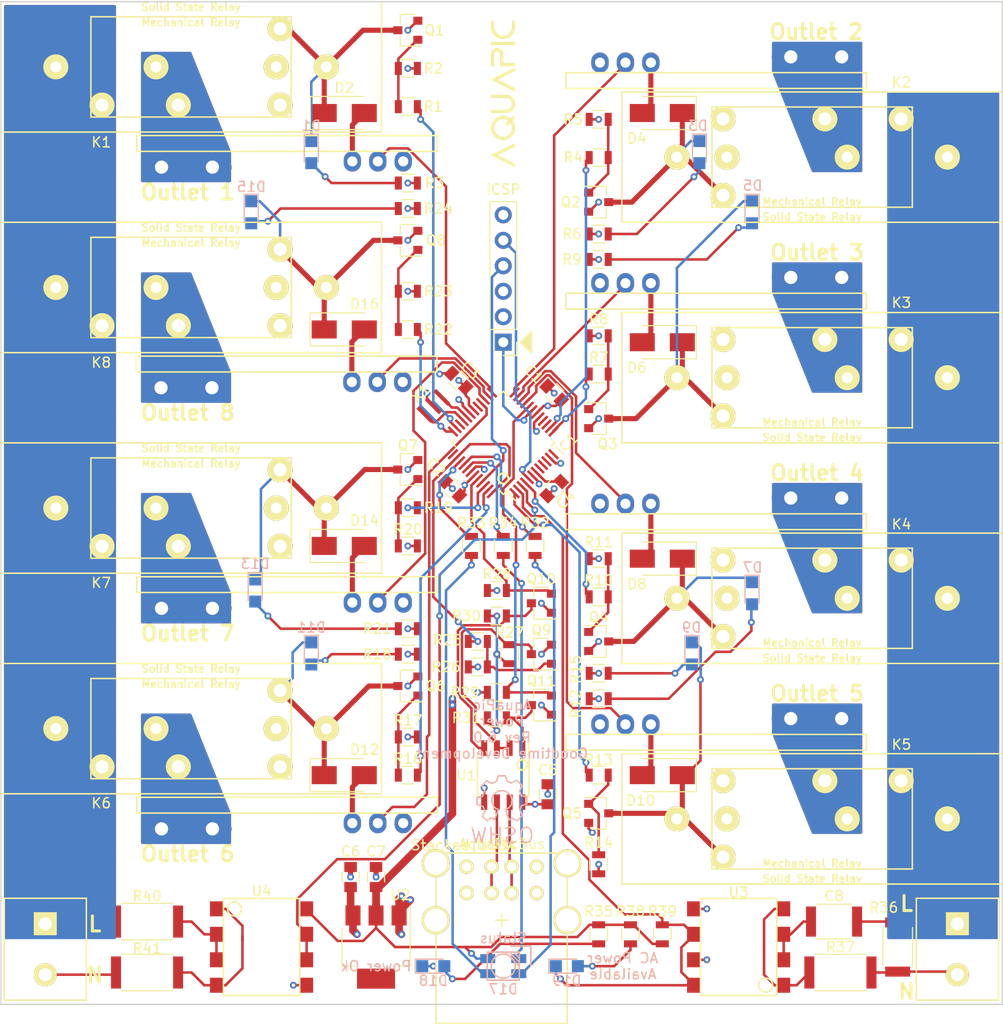
<source format=kicad_pcb>
(kicad_pcb (version 4) (host pcbnew 4.0.2+dfsg1-stable)
  (layers (0 F.Cu mixed) (1 In1.Cu power) (2 In2.Cu power) (31 B.Cu mixed) (34 B.Paste user) (35 F.Paste user) (36 B.SilkS user) (37 F.SilkS user) (38 B.Mask user) (39 F.Mask user) (44 Edge.Cuts user))
  (net 0 "")
  (net 1 +3V3)
  (net 2 GND)
  (net 3 "Net-(C4-Pad1)")
  (net 4 +5V)
  (net 5 /L)
  (net 6 "Net-(C8-Pad2)")
  (net 7 "Net-(D1-Pad2)")
  (net 8 "Net-(D1-Pad1)")
  (net 9 "Net-(D17-Pad2)")
  (net 10 "Net-(D17-Pad3)")
  (net 11 "Net-(D17-Pad1)")
  (net 12 "Net-(D18-Pad2)")
  (net 13 //RTS)
  (net 14 /PGD)
  (net 15 /TX_LV)
  (net 16 /LED_Y)
  (net 17 /LED_G)
  (net 18 /LED_R)
  (net 19 "Net-(IC1-Pad33)")
  (net 20 "Net-(IC1-Pad32)")
  (net 21 /CURRENT_8)
  (net 22 /CURRENT_7)
  (net 23 /CURRENT_6)
  (net 24 /CURRENT_5)
  (net 25 /CURRENT_4)
  (net 26 /CURRENT_3)
  (net 27 /CURRENT_2)
  (net 28 /CURRENT_1)
  (net 29 /RX_LV)
  (net 30 //MCLR)
  (net 31 /RELAY_1)
  (net 32 /RELAY_2)
  (net 33 /RELAY_3)
  (net 34 /RELAY_4)
  (net 35 /RELAY_5)
  (net 36 /RELAY_6)
  (net 37 /RELAY_7)
  (net 38 /RELAY_8)
  (net 39 /PGC)
  (net 40 /ZERO_CROSS)
  (net 41 /AC_AVAIL)
  (net 42 /L1)
  (net 43 "Net-(D3-Pad1)")
  (net 44 /L2)
  (net 45 "Net-(D5-Pad1)")
  (net 46 /L3)
  (net 47 "Net-(D7-Pad1)")
  (net 48 /L4)
  (net 49 "Net-(D10-Pad1)")
  (net 50 /L5)
  (net 51 "Net-(D11-Pad1)")
  (net 52 /L6)
  (net 53 "Net-(D13-Pad1)")
  (net 54 /L7)
  (net 55 "Net-(D15-Pad1)")
  (net 56 /L8)
  (net 57 /A)
  (net 58 /B)
  (net 59 /N)
  (net 60 "Net-(Q1-Pad1)")
  (net 61 "Net-(Q2-Pad1)")
  (net 62 "Net-(Q3-Pad1)")
  (net 63 "Net-(Q4-Pad1)")
  (net 64 "Net-(Q5-Pad1)")
  (net 65 "Net-(Q6-Pad1)")
  (net 66 "Net-(Q7-Pad1)")
  (net 67 "Net-(Q8-Pad1)")
  (net 68 "Net-(Q9-Pad1)")
  (net 69 /RTS)
  (net 70 /TX)
  (net 71 /RX)
  (net 72 "Net-(D3-Pad2)")
  (net 73 "Net-(D5-Pad2)")
  (net 74 "Net-(D7-Pad2)")
  (net 75 "Net-(D9-Pad2)")
  (net 76 "Net-(D11-Pad2)")
  (net 77 "Net-(D13-Pad2)")
  (net 78 "Net-(D15-Pad2)")
  (net 79 "Net-(R37-Pad2)")
  (net 80 "Net-(R40-Pad1)")
  (net 81 "Net-(R41-Pad1)")
  (net 82 "Net-(D19-Pad2)")
  (module Diodes_SMD:D_SMA (layer F.Cu) (at 66.04 -44.45 180)
    (fp_text reference D8 (at 2.54 -2.54 180) (layer F.SilkS))
    (fp_text value STPS130A)
    (pad 1 smd rect (at -2 0 180) (size 2.5 1.8) (layers F.Cu F.Paste F.Mask) (net 47 "Net-(D7-Pad1)"))
    (pad 2 smd rect (at 2 0 180) (size 2.5 1.8) (layers F.Cu F.Paste F.Mask) (net 4 +5V))
  )
  (module MyFootPrints:Relay-Mech-SSR (layer F.Cu) (at 81 -40.5)
    (fp_text reference K4 (at 8.916 -7.379) (layer F.SilkS))
    (fp_text value "Relay(Mech/SSR)")
    (fp_text user "Solid State Relay" (at 0 5.969) (layer F.SilkS) (effects (font (size 0.75 0.75))))
    (fp_text user "Mechanical Relay" (at 0 4.445) (layer F.SilkS) (effects (font (size 0.75 0.75))))
    (pad 3-1 thru_hole circle (at -8.89 -3.81) (size 2.5 2.5) (drill 1.3) (layers *.Cu *.Mask F.SilkS) (net 4 +5V))
    (pad 4-1 thru_hole circle (at -8.89 3.81) (size 2.5 2.5) (drill 1.3) (layers *.Cu *.Mask F.SilkS) (net 47 "Net-(D7-Pad1)"))
    (pad 2-1 thru_hole circle (at 1.27 -3.81) (size 2.5 2.5) (drill 1.3) (layers *.Cu *.Mask F.SilkS) (net 48 /L4))
    (pad 1-1 thru_hole circle (at 8.89 -3.81) (size 2.5 2.5) (drill 1.3) (layers *.Cu *.Mask F.SilkS) (net 5 /L))
    (pad 1-2 thru_hole circle (at 13.5 0) (size 2.5 2.5) (drill 1.1) (layers *.Cu *.Mask F.SilkS) (net 5 /L))
    (pad 2-2 thru_hole circle (at 3.5 0) (size 2.5 2.5) (drill 1.1) (layers *.Cu *.Mask F.SilkS) (net 48 /L4))
    (pad 3-2 thru_hole circle (at -8.5 0) (size 2.5 2.5) (drill 1.1) (layers *.Cu *.Mask F.SilkS) (net 4 +5V))
    (pad 4-2 thru_hole circle (at -13.5 0) (size 2.5 2.5) (drill 1.1) (layers *.Cu *.Mask F.SilkS) (net 47 "Net-(D7-Pad1)"))
  )
  (module Housings_QFP:TQFP-48_7x7mm_Pitch0.5mm (layer F.Cu) (at 50.165 -56 135)
    (fp_text reference IC1 (at -4.574981 4.405275 225) (layer F.SilkS))
    (fp_text value PIC32MM0064GPM048)
    (pad 1 smd rect (at -4.35 -2.75 135) (size 1.3 0.25) (layers F.Cu F.Paste F.Mask) (net 35 /RELAY_5))
    (pad 2 smd rect (at -4.35 -2.25 135) (size 1.3 0.25) (layers F.Cu F.Paste F.Mask) (net 41 /AC_AVAIL))
    (pad 3 smd rect (at -4.35 -1.75 135) (size 1.3 0.25) (layers F.Cu F.Paste F.Mask) (net 40 /ZERO_CROSS))
    (pad 4 smd rect (at -4.35 -1.25 135) (size 1.3 0.25) (layers F.Cu F.Paste F.Mask) (net 34 /RELAY_4))
    (pad 5 smd rect (at -4.35 -0.75 135) (size 1.3 0.25) (layers F.Cu F.Paste F.Mask) (net 39 /PGC))
    (pad 6 smd rect (at -4.35 -0.25 135) (size 1.3 0.25) (layers F.Cu F.Paste F.Mask) (net 2 GND))
    (pad 7 smd rect (at -4.35 0.25 135) (size 1.3 0.25) (layers F.Cu F.Paste F.Mask) (net 3 "Net-(C4-Pad1)"))
    (pad 8 smd rect (at -4.35 0.75 135) (size 1.3 0.25) (layers F.Cu F.Paste F.Mask))
    (pad 9 smd rect (at -4.35 1.25 135) (size 1.3 0.25) (layers F.Cu F.Paste F.Mask))
    (pad 10 smd rect (at -4.35 1.75 135) (size 1.3 0.25) (layers F.Cu F.Paste F.Mask))
    (pad 11 smd rect (at -4.35 2.25 135) (size 1.3 0.25) (layers F.Cu F.Paste F.Mask) (net 2 GND))
    (pad 12 smd rect (at -4.35 2.75 135) (size 1.3 0.25) (layers F.Cu F.Paste F.Mask))
    (pad 13 smd rect (at -2.75 4.35 225) (size 1.3 0.25) (layers F.Cu F.Paste F.Mask) (net 33 /RELAY_3))
    (pad 14 smd rect (at -2.25 4.35 225) (size 1.3 0.25) (layers F.Cu F.Paste F.Mask) (net 32 /RELAY_2))
    (pad 15 smd rect (at -1.75 4.35 225) (size 1.3 0.25) (layers F.Cu F.Paste F.Mask))
    (pad 16 smd rect (at -1.25 4.35 225) (size 1.3 0.25) (layers F.Cu F.Paste F.Mask))
    (pad 17 smd rect (at -0.75 4.35 225) (size 1.3 0.25) (layers F.Cu F.Paste F.Mask) (net 2 GND))
    (pad 18 smd rect (at -0.25 4.35 225) (size 1.3 0.25) (layers F.Cu F.Paste F.Mask) (net 1 +3V3))
    (pad 19 smd rect (at 0.25 4.35 225) (size 1.3 0.25) (layers F.Cu F.Paste F.Mask) (net 30 //MCLR))
    (pad 20 smd rect (at 0.75 4.35 225) (size 1.3 0.25) (layers F.Cu F.Paste F.Mask) (net 29 /RX_LV))
    (pad 21 smd rect (at 1.25 4.35 225) (size 1.3 0.25) (layers F.Cu F.Paste F.Mask) (net 24 /CURRENT_5))
    (pad 22 smd rect (at 1.749999 4.35 225) (size 1.3 0.25) (layers F.Cu F.Paste F.Mask) (net 25 /CURRENT_4))
    (pad 23 smd rect (at 2.25 4.35 225) (size 1.3 0.25) (layers F.Cu F.Paste F.Mask) (net 26 /CURRENT_3))
    (pad 24 smd rect (at 2.75 4.35 225) (size 1.3 0.25) (layers F.Cu F.Paste F.Mask) (net 27 /CURRENT_2))
    (pad 25 smd rect (at 4.35 2.75 135) (size 1.3 0.25) (layers F.Cu F.Paste F.Mask) (net 28 /CURRENT_1))
    (pad 26 smd rect (at 4.35 2.25 135) (size 1.3 0.25) (layers F.Cu F.Paste F.Mask) (net 21 /CURRENT_8))
    (pad 27 smd rect (at 4.35 1.749999 135) (size 1.3 0.25) (layers F.Cu F.Paste F.Mask) (net 22 /CURRENT_7))
    (pad 28 smd rect (at 4.35 1.25 135) (size 1.3 0.25) (layers F.Cu F.Paste F.Mask) (net 23 /CURRENT_6))
    (pad 29 smd rect (at 4.35 0.75 135) (size 1.3 0.25) (layers F.Cu F.Paste F.Mask))
    (pad 30 smd rect (at 4.35 0.25 135) (size 1.3 0.25) (layers F.Cu F.Paste F.Mask) (net 1 +3V3))
    (pad 31 smd rect (at 4.35 -0.25 135) (size 1.3 0.25) (layers F.Cu F.Paste F.Mask) (net 2 GND))
    (pad 32 smd rect (at 4.35 -0.75 135) (size 1.3 0.25) (layers F.Cu F.Paste F.Mask) (net 20 "Net-(IC1-Pad32)"))
    (pad 33 smd rect (at 4.35 -1.25 135) (size 1.3 0.25) (layers F.Cu F.Paste F.Mask) (net 19 "Net-(IC1-Pad33)"))
    (pad 34 smd rect (at 4.35 -1.75 135) (size 1.3 0.25) (layers F.Cu F.Paste F.Mask))
    (pad 35 smd rect (at 4.35 -2.25 135) (size 1.3 0.25) (layers F.Cu F.Paste F.Mask) (net 31 /RELAY_1))
    (pad 36 smd rect (at 4.35 -2.75 135) (size 1.3 0.25) (layers F.Cu F.Paste F.Mask) (net 38 /RELAY_8))
    (pad 37 smd rect (at 2.75 -4.35 225) (size 1.3 0.25) (layers F.Cu F.Paste F.Mask))
    (pad 38 smd rect (at 2.25 -4.35 225) (size 1.3 0.25) (layers F.Cu F.Paste F.Mask) (net 13 //RTS))
    (pad 39 smd rect (at 1.749999 -4.35 225) (size 1.3 0.25) (layers F.Cu F.Paste F.Mask) (net 16 /LED_Y))
    (pad 40 smd rect (at 1.25 -4.35 225) (size 1.3 0.25) (layers F.Cu F.Paste F.Mask) (net 17 /LED_G))
    (pad 41 smd rect (at 0.750001 -4.35 225) (size 1.3 0.25) (layers F.Cu F.Paste F.Mask) (net 18 /LED_R))
    (pad 42 smd rect (at 0.25 -4.35 225) (size 1.3 0.25) (layers F.Cu F.Paste F.Mask) (net 2 GND))
    (pad 43 smd rect (at -0.25 -4.35 225) (size 1.3 0.25) (layers F.Cu F.Paste F.Mask) (net 1 +3V3))
    (pad 44 smd rect (at -0.75 -4.35 225) (size 1.3 0.25) (layers F.Cu F.Paste F.Mask) (net 15 /TX_LV))
    (pad 45 smd rect (at -1.25 -4.35 225) (size 1.3 0.25) (layers F.Cu F.Paste F.Mask) (net 14 /PGD))
    (pad 46 smd rect (at -1.749999 -4.35 225) (size 1.3 0.25) (layers F.Cu F.Paste F.Mask) (net 37 /RELAY_7))
    (pad 47 smd rect (at -2.25 -4.35 225) (size 1.3 0.25) (layers F.Cu F.Paste F.Mask) (net 36 /RELAY_6))
    (pad 48 smd rect (at -2.75 -4.35 225) (size 1.3 0.25) (layers F.Cu F.Paste F.Mask) (net 13 //RTS))
  )
  (module Capacitors_SMD:C_0805 (layer F.Cu) (at 55.245 -60.96 135)
    (fp_text reference C1 (at 2.783879 -0.089803 135) (layer F.SilkS))
    (fp_text value 100nF)
    (pad 1 smd rect (at -1 0 135) (size 1 1.25) (layers F.Cu F.Paste F.Mask) (net 1 +3V3))
    (pad 2 smd rect (at 1 0 135) (size 1 1.25) (layers F.Cu F.Paste F.Mask) (net 2 GND))
  )
  (module Capacitors_SMD:C_0805 (layer F.Cu) (at 45.085 -51.435 135)
    (fp_text reference C2 (at 2.694077 0.35921 135) (layer F.SilkS))
    (fp_text value 100nF)
    (pad 1 smd rect (at -1 0 135) (size 1 1.25) (layers F.Cu F.Paste F.Mask) (net 1 +3V3))
    (pad 2 smd rect (at 1 0 135) (size 1 1.25) (layers F.Cu F.Paste F.Mask) (net 2 GND))
  )
  (module Capacitors_SMD:C_0805 (layer F.Cu) (at 45.72 -62.23 135)
    (fp_text reference C3 (at -0.089803 1.526644 135) (layer F.SilkS))
    (fp_text value 100nF)
    (pad 1 smd rect (at -1 0 135) (size 1 1.25) (layers F.Cu F.Paste F.Mask) (net 1 +3V3))
    (pad 2 smd rect (at 1 0 135) (size 1 1.25) (layers F.Cu F.Paste F.Mask) (net 2 GND))
  )
  (module Capacitors_SMD:C_0805 (layer F.Cu) (at 55.245 -51.435 225)
    (fp_text reference C4 (at 0 -1.616446 225) (layer F.SilkS))
    (fp_text value 100nF)
    (pad 1 smd rect (at -1 0 225) (size 1 1.25) (layers F.Cu F.Paste F.Mask) (net 3 "Net-(C4-Pad1)"))
    (pad 2 smd rect (at 1 0 225) (size 1 1.25) (layers F.Cu F.Paste F.Mask) (net 2 GND))
  )
  (module Capacitors_SMD:C_0805 (layer F.Cu) (at 54.61 -20.955 90)
    (fp_text reference C5 (at 2.413 0 180) (layer F.SilkS))
    (fp_text value 100nF)
    (pad 1 smd rect (at -1 0 90) (size 1 1.25) (layers F.Cu F.Paste F.Mask) (net 4 +5V))
    (pad 2 smd rect (at 1 0 90) (size 1 1.25) (layers F.Cu F.Paste F.Mask) (net 2 GND))
  )
  (module Capacitors_SMD:C_0805 (layer F.Cu) (at 34.925 -12.7 90)
    (fp_text reference C6 (at 2.54 0 180) (layer F.SilkS))
    (fp_text value 4u7)
    (pad 1 smd rect (at -1 0 90) (size 1 1.25) (layers F.Cu F.Paste F.Mask) (net 4 +5V))
    (pad 2 smd rect (at 1 0 90) (size 1 1.25) (layers F.Cu F.Paste F.Mask) (net 2 GND))
  )
  (module Capacitors_SMD:C_0805 (layer F.Cu) (at 37.465 -12.7 90)
    (fp_text reference C7 (at 2.54 0 180) (layer F.SilkS))
    (fp_text value 4u7)
    (pad 1 smd rect (at -1 0 90) (size 1 1.25) (layers F.Cu F.Paste F.Mask) (net 1 +3V3))
    (pad 2 smd rect (at 1 0 90) (size 1 1.25) (layers F.Cu F.Paste F.Mask) (net 2 GND))
  )
  (module Capacitors_SMD:C_1812 (layer F.Cu) (at 83.185 -8.255 180)
    (fp_text reference C8 (at 0 2.54 180) (layer F.SilkS))
    (fp_text value 470nF)
    (pad 1 smd rect (at -2.3 0 180) (size 1 3) (layers F.Cu F.Paste F.Mask) (net 5 /L))
    (pad 2 smd rect (at 2.3 0 180) (size 1 3) (layers F.Cu F.Paste F.Mask) (net 6 "Net-(C8-Pad2)"))
  )
  (module LEDs:LED_0805 (layer B.Cu) (at 31 -85 270)
    (fp_text reference D1 (at -2.63 0.012 360) (layer B.SilkS) (effects (justify mirror)))
    (fp_text value APT2012)
    (pad 2 smd rect (at 1.1 0 90) (size 1.2 1.2) (layers B.Cu B.Paste B.Mask) (net 7 "Net-(D1-Pad2)"))
    (pad 1 smd rect (at -1.1 0 90) (size 1.2 1.2) (layers B.Cu B.Paste B.Mask) (net 8 "Net-(D1-Pad1)"))
  )
  (module MyFootPrints:PLCC-4 (layer B.Cu) (at 50.165 -3.81 90)
    (fp_text reference D17 (at -2.3 0 360) (layer B.SilkS) (effects (justify mirror)))
    (fp_text value SMTL4-RGY)
    (pad 2 smd rect (at -0.75 -1.55 90) (size 0.9 1.5) (layers B.Cu B.Paste B.Mask) (net 9 "Net-(D17-Pad2)"))
    (pad 4 smd rect (at 0.75 -1.55 90) (size 0.9 1.5) (layers B.Cu B.Paste B.Mask) (net 1 +3V3))
    (pad 3 smd rect (at 0.75 1.55 90) (size 0.9 1.5) (layers B.Cu B.Paste B.Mask) (net 10 "Net-(D17-Pad3)"))
    (pad 1 smd rect (at -0.75 1.55 90) (size 0.9 1.5) (layers B.Cu B.Paste B.Mask) (net 11 "Net-(D17-Pad1)"))
  )
  (module LEDs:LED_0805 (layer B.Cu) (at 43.18 -3.81)
    (fp_text reference D18 (at 0 1.45) (layer B.SilkS) (effects (justify mirror)))
    (fp_text value APT2012)
    (pad 2 smd rect (at 1.1 0 180) (size 1.2 1.2) (layers B.Cu B.Paste B.Mask) (net 12 "Net-(D18-Pad2)"))
    (pad 1 smd rect (at -1.1 0 180) (size 1.2 1.2) (layers B.Cu B.Paste B.Mask) (net 2 GND))
  )
  (module MyFootPrints:Relay-Mech-SSR (layer F.Cu) (at 19 -93.5 180)
    (fp_text reference K1 (at 8.967 -7.521 180) (layer F.SilkS))
    (fp_text value "Relay(Mech/SSR)")
    (fp_text user "Solid State Relay" (at 0 5.969 180) (layer F.SilkS) (effects (font (size 0.75 0.75))))
    (fp_text user "Mechanical Relay" (at 0 4.445 180) (layer F.SilkS) (effects (font (size 0.75 0.75))))
    (pad 3-1 thru_hole circle (at -8.89 -3.81 180) (size 2.5 2.5) (drill 1.3) (layers *.Cu *.Mask F.SilkS) (net 4 +5V))
    (pad 4-1 thru_hole circle (at -8.89 3.81 180) (size 2.5 2.5) (drill 1.3) (layers *.Cu *.Mask F.SilkS) (net 8 "Net-(D1-Pad1)"))
    (pad 2-1 thru_hole circle (at 1.27 -3.81 180) (size 2.5 2.5) (drill 1.3) (layers *.Cu *.Mask F.SilkS) (net 42 /L1))
    (pad 1-1 thru_hole circle (at 8.89 -3.81 180) (size 2.5 2.5) (drill 1.3) (layers *.Cu *.Mask F.SilkS) (net 5 /L))
    (pad 1-2 thru_hole circle (at 13.5 0 180) (size 2.5 2.5) (drill 1.1) (layers *.Cu *.Mask F.SilkS) (net 5 /L))
    (pad 2-2 thru_hole circle (at 3.5 0 180) (size 2.5 2.5) (drill 1.1) (layers *.Cu *.Mask F.SilkS) (net 42 /L1))
    (pad 3-2 thru_hole circle (at -8.5 0 180) (size 2.5 2.5) (drill 1.1) (layers *.Cu *.Mask F.SilkS) (net 4 +5V))
    (pad 4-2 thru_hole circle (at -13.5 0 180) (size 2.5 2.5) (drill 1.1) (layers *.Cu *.Mask F.SilkS) (net 8 "Net-(D1-Pad1)"))
  )
  (module MyFootPrints:Relay-Mech-SSR (layer F.Cu) (at 81 -84.5)
    (fp_text reference K2 (at 8.916 -7.448) (layer F.SilkS))
    (fp_text value "Relay(Mech/SSR)")
    (fp_text user "Solid State Relay" (at 0 5.969) (layer F.SilkS) (effects (font (size 0.75 0.75))))
    (fp_text user "Mechanical Relay" (at 0 4.445) (layer F.SilkS) (effects (font (size 0.75 0.75))))
    (pad 3-1 thru_hole circle (at -8.89 -3.81) (size 2.5 2.5) (drill 1.3) (layers *.Cu *.Mask F.SilkS) (net 4 +5V))
    (pad 4-1 thru_hole circle (at -8.89 3.81) (size 2.5 2.5) (drill 1.3) (layers *.Cu *.Mask F.SilkS) (net 43 "Net-(D3-Pad1)"))
    (pad 2-1 thru_hole circle (at 1.27 -3.81) (size 2.5 2.5) (drill 1.3) (layers *.Cu *.Mask F.SilkS) (net 44 /L2))
    (pad 1-1 thru_hole circle (at 8.89 -3.81) (size 2.5 2.5) (drill 1.3) (layers *.Cu *.Mask F.SilkS) (net 5 /L))
    (pad 1-2 thru_hole circle (at 13.5 0) (size 2.5 2.5) (drill 1.1) (layers *.Cu *.Mask F.SilkS) (net 5 /L))
    (pad 2-2 thru_hole circle (at 3.5 0) (size 2.5 2.5) (drill 1.1) (layers *.Cu *.Mask F.SilkS) (net 44 /L2))
    (pad 3-2 thru_hole circle (at -8.5 0) (size 2.5 2.5) (drill 1.1) (layers *.Cu *.Mask F.SilkS) (net 4 +5V))
    (pad 4-2 thru_hole circle (at -13.5 0) (size 2.5 2.5) (drill 1.1) (layers *.Cu *.Mask F.SilkS) (net 43 "Net-(D3-Pad1)"))
  )
  (module MyFootPrints:Relay-Mech-SSR (layer F.Cu) (at 81 -62.5)
    (fp_text reference K3 (at 8.916 -7.477) (layer F.SilkS))
    (fp_text value "Relay(Mech/SSR)")
    (fp_text user "Solid State Relay" (at 0 5.969) (layer F.SilkS) (effects (font (size 0.75 0.75))))
    (fp_text user "Mechanical Relay" (at 0 4.445) (layer F.SilkS) (effects (font (size 0.75 0.75))))
    (pad 3-1 thru_hole circle (at -8.89 -3.81) (size 2.5 2.5) (drill 1.3) (layers *.Cu *.Mask F.SilkS) (net 4 +5V))
    (pad 4-1 thru_hole circle (at -8.89 3.81) (size 2.5 2.5) (drill 1.3) (layers *.Cu *.Mask F.SilkS) (net 45 "Net-(D5-Pad1)"))
    (pad 2-1 thru_hole circle (at 1.27 -3.81) (size 2.5 2.5) (drill 1.3) (layers *.Cu *.Mask F.SilkS) (net 46 /L3))
    (pad 1-1 thru_hole circle (at 8.89 -3.81) (size 2.5 2.5) (drill 1.3) (layers *.Cu *.Mask F.SilkS) (net 5 /L))
    (pad 1-2 thru_hole circle (at 13.5 0) (size 2.5 2.5) (drill 1.1) (layers *.Cu *.Mask F.SilkS) (net 5 /L))
    (pad 2-2 thru_hole circle (at 3.5 0) (size 2.5 2.5) (drill 1.1) (layers *.Cu *.Mask F.SilkS) (net 46 /L3))
    (pad 3-2 thru_hole circle (at -8.5 0) (size 2.5 2.5) (drill 1.1) (layers *.Cu *.Mask F.SilkS) (net 4 +5V))
    (pad 4-2 thru_hole circle (at -13.5 0) (size 2.5 2.5) (drill 1.1) (layers *.Cu *.Mask F.SilkS) (net 45 "Net-(D5-Pad1)"))
  )
  (module MyFootPrints:Relay-Mech-SSR (layer F.Cu) (at 81 -18.5)
    (fp_text reference K5 (at 8.916 -7.408) (layer F.SilkS))
    (fp_text value "Relay(Mech/SSR)")
    (fp_text user "Solid State Relay" (at 0 5.969) (layer F.SilkS) (effects (font (size 0.75 0.75))))
    (fp_text user "Mechanical Relay" (at 0 4.445) (layer F.SilkS) (effects (font (size 0.75 0.75))))
    (pad 3-1 thru_hole circle (at -8.89 -3.81) (size 2.5 2.5) (drill 1.3) (layers *.Cu *.Mask F.SilkS) (net 4 +5V))
    (pad 4-1 thru_hole circle (at -8.89 3.81) (size 2.5 2.5) (drill 1.3) (layers *.Cu *.Mask F.SilkS) (net 49 "Net-(D10-Pad1)"))
    (pad 2-1 thru_hole circle (at 1.27 -3.81) (size 2.5 2.5) (drill 1.3) (layers *.Cu *.Mask F.SilkS) (net 50 /L5))
    (pad 1-1 thru_hole circle (at 8.89 -3.81) (size 2.5 2.5) (drill 1.3) (layers *.Cu *.Mask F.SilkS) (net 5 /L))
    (pad 1-2 thru_hole circle (at 13.5 0) (size 2.5 2.5) (drill 1.1) (layers *.Cu *.Mask F.SilkS) (net 5 /L))
    (pad 2-2 thru_hole circle (at 3.5 0) (size 2.5 2.5) (drill 1.1) (layers *.Cu *.Mask F.SilkS) (net 50 /L5))
    (pad 3-2 thru_hole circle (at -8.5 0) (size 2.5 2.5) (drill 1.1) (layers *.Cu *.Mask F.SilkS) (net 4 +5V))
    (pad 4-2 thru_hole circle (at -13.5 0) (size 2.5 2.5) (drill 1.1) (layers *.Cu *.Mask F.SilkS) (net 49 "Net-(D10-Pad1)"))
  )
  (module MyFootPrints:Relay-Mech-SSR (layer F.Cu) (at 19 -27.5 180)
    (fp_text reference K6 (at 8.967 -7.434 180) (layer F.SilkS))
    (fp_text value "Relay(Mech/SSR)")
    (fp_text user "Solid State Relay" (at 0 5.969 180) (layer F.SilkS) (effects (font (size 0.75 0.75))))
    (fp_text user "Mechanical Relay" (at 0 4.445 180) (layer F.SilkS) (effects (font (size 0.75 0.75))))
    (pad 3-1 thru_hole circle (at -8.89 -3.81 180) (size 2.5 2.5) (drill 1.3) (layers *.Cu *.Mask F.SilkS) (net 4 +5V))
    (pad 4-1 thru_hole circle (at -8.89 3.81 180) (size 2.5 2.5) (drill 1.3) (layers *.Cu *.Mask F.SilkS) (net 51 "Net-(D11-Pad1)"))
    (pad 2-1 thru_hole circle (at 1.27 -3.81 180) (size 2.5 2.5) (drill 1.3) (layers *.Cu *.Mask F.SilkS) (net 52 /L6))
    (pad 1-1 thru_hole circle (at 8.89 -3.81 180) (size 2.5 2.5) (drill 1.3) (layers *.Cu *.Mask F.SilkS) (net 5 /L))
    (pad 1-2 thru_hole circle (at 13.5 0 180) (size 2.5 2.5) (drill 1.1) (layers *.Cu *.Mask F.SilkS) (net 5 /L))
    (pad 2-2 thru_hole circle (at 3.5 0 180) (size 2.5 2.5) (drill 1.1) (layers *.Cu *.Mask F.SilkS) (net 52 /L6))
    (pad 3-2 thru_hole circle (at -8.5 0 180) (size 2.5 2.5) (drill 1.1) (layers *.Cu *.Mask F.SilkS) (net 4 +5V))
    (pad 4-2 thru_hole circle (at -13.5 0 180) (size 2.5 2.5) (drill 1.1) (layers *.Cu *.Mask F.SilkS) (net 51 "Net-(D11-Pad1)"))
  )
  (module MyFootPrints:Relay-Mech-SSR (layer F.Cu) (at 19 -49.5 180)
    (fp_text reference K7 (at 8.967 -7.463 180) (layer F.SilkS))
    (fp_text value "Relay(Mech/SSR)")
    (fp_text user "Solid State Relay" (at 0 5.969 180) (layer F.SilkS) (effects (font (size 0.75 0.75))))
    (fp_text user "Mechanical Relay" (at 0 4.445 180) (layer F.SilkS) (effects (font (size 0.75 0.75))))
    (pad 3-1 thru_hole circle (at -8.89 -3.81 180) (size 2.5 2.5) (drill 1.3) (layers *.Cu *.Mask F.SilkS) (net 4 +5V))
    (pad 4-1 thru_hole circle (at -8.89 3.81 180) (size 2.5 2.5) (drill 1.3) (layers *.Cu *.Mask F.SilkS) (net 53 "Net-(D13-Pad1)"))
    (pad 2-1 thru_hole circle (at 1.27 -3.81 180) (size 2.5 2.5) (drill 1.3) (layers *.Cu *.Mask F.SilkS) (net 54 /L7))
    (pad 1-1 thru_hole circle (at 8.89 -3.81 180) (size 2.5 2.5) (drill 1.3) (layers *.Cu *.Mask F.SilkS) (net 5 /L))
    (pad 1-2 thru_hole circle (at 13.5 0 180) (size 2.5 2.5) (drill 1.1) (layers *.Cu *.Mask F.SilkS) (net 5 /L))
    (pad 2-2 thru_hole circle (at 3.5 0 180) (size 2.5 2.5) (drill 1.1) (layers *.Cu *.Mask F.SilkS) (net 54 /L7))
    (pad 3-2 thru_hole circle (at -8.5 0 180) (size 2.5 2.5) (drill 1.1) (layers *.Cu *.Mask F.SilkS) (net 4 +5V))
    (pad 4-2 thru_hole circle (at -13.5 0 180) (size 2.5 2.5) (drill 1.1) (layers *.Cu *.Mask F.SilkS) (net 53 "Net-(D13-Pad1)"))
  )
  (module MyFootPrints:Relay-Mech-SSR (layer F.Cu) (at 19 -71.5 180)
    (fp_text reference K8 (at 8.967 -7.492 180) (layer F.SilkS))
    (fp_text value "Relay(Mech/SSR)")
    (fp_text user "Solid State Relay" (at 0 5.969 180) (layer F.SilkS) (effects (font (size 0.75 0.75))))
    (fp_text user "Mechanical Relay" (at 0 4.445 180) (layer F.SilkS) (effects (font (size 0.75 0.75))))
    (pad 3-1 thru_hole circle (at -8.89 -3.81 180) (size 2.5 2.5) (drill 1.3) (layers *.Cu *.Mask F.SilkS) (net 4 +5V))
    (pad 4-1 thru_hole circle (at -8.89 3.81 180) (size 2.5 2.5) (drill 1.3) (layers *.Cu *.Mask F.SilkS) (net 55 "Net-(D15-Pad1)"))
    (pad 2-1 thru_hole circle (at 1.27 -3.81 180) (size 2.5 2.5) (drill 1.3) (layers *.Cu *.Mask F.SilkS) (net 56 /L8))
    (pad 1-1 thru_hole circle (at 8.89 -3.81 180) (size 2.5 2.5) (drill 1.3) (layers *.Cu *.Mask F.SilkS) (net 5 /L))
    (pad 1-2 thru_hole circle (at 13.5 0 180) (size 2.5 2.5) (drill 1.1) (layers *.Cu *.Mask F.SilkS) (net 5 /L))
    (pad 2-2 thru_hole circle (at 3.5 0 180) (size 2.5 2.5) (drill 1.1) (layers *.Cu *.Mask F.SilkS) (net 56 /L8))
    (pad 3-2 thru_hole circle (at -8.5 0 180) (size 2.5 2.5) (drill 1.1) (layers *.Cu *.Mask F.SilkS) (net 4 +5V))
    (pad 4-2 thru_hole circle (at -13.5 0 180) (size 2.5 2.5) (drill 1.1) (layers *.Cu *.Mask F.SilkS) (net 55 "Net-(D15-Pad1)"))
  )
  (module MyFootPrints:Current_Board (layer F.Cu) (at 28.75 -83.5)
    (fp_text reference P1)
    (fp_text value "Stab and 1x3")
    (pad 1 thru_hole oval (at -12.7 0) (size 3.81 2.54) (drill 1.3208) (layers *.Cu *.Mask) (net 42 /L1))
    (pad 1 thru_hole oval (at -7.62 0) (size 3.81 2.54) (drill 1.3208) (layers *.Cu *.Mask) (net 42 /L1))
    (pad 2 thru_hole oval (at 6.35 -0.5748) (size 1.7272 2.032) (drill 1.016) (layers *.Cu *.Mask) (net 4 +5V))
    (pad 3 thru_hole oval (at 8.89 -0.5748) (size 1.7272 2.032) (drill 1.016) (layers *.Cu *.Mask) (net 28 /CURRENT_1))
    (pad 4 thru_hole oval (at 11.43 -0.5748) (size 1.7272 2.032) (drill 1.016) (layers *.Cu *.Mask) (net 2 GND))
  )
  (module MyFootPrints:Current_Board (layer F.Cu) (at 71.25 -94.5 180)
    (fp_text reference P2)
    (fp_text value "Stab and 1x3")
    (pad 1 thru_hole oval (at -12.7 0 180) (size 3.81 2.54) (drill 1.3208) (layers *.Cu *.Mask) (net 44 /L2))
    (pad 1 thru_hole oval (at -7.62 0 180) (size 3.81 2.54) (drill 1.3208) (layers *.Cu *.Mask) (net 44 /L2))
    (pad 2 thru_hole oval (at 6.35 -0.5748 180) (size 1.7272 2.032) (drill 1.016) (layers *.Cu *.Mask) (net 4 +5V))
    (pad 3 thru_hole oval (at 8.89 -0.5748 180) (size 1.7272 2.032) (drill 1.016) (layers *.Cu *.Mask) (net 27 /CURRENT_2))
    (pad 4 thru_hole oval (at 11.43 -0.5748 180) (size 1.7272 2.032) (drill 1.016) (layers *.Cu *.Mask) (net 2 GND))
  )
  (module MyFootPrints:Current_Board (layer F.Cu) (at 71.25 -72.5 180)
    (fp_text reference P3)
    (fp_text value "Stab and 1x3")
    (pad 1 thru_hole oval (at -12.7 0 180) (size 3.81 2.54) (drill 1.3208) (layers *.Cu *.Mask) (net 46 /L3))
    (pad 1 thru_hole oval (at -7.62 0 180) (size 3.81 2.54) (drill 1.3208) (layers *.Cu *.Mask) (net 46 /L3))
    (pad 2 thru_hole oval (at 6.35 -0.5748 180) (size 1.7272 2.032) (drill 1.016) (layers *.Cu *.Mask) (net 4 +5V))
    (pad 3 thru_hole oval (at 8.89 -0.5748 180) (size 1.7272 2.032) (drill 1.016) (layers *.Cu *.Mask) (net 26 /CURRENT_3))
    (pad 4 thru_hole oval (at 11.43 -0.5748 180) (size 1.7272 2.032) (drill 1.016) (layers *.Cu *.Mask) (net 2 GND))
  )
  (module MyFootPrints:Current_Board (layer F.Cu) (at 71.25 -50.5 180)
    (fp_text reference P4)
    (fp_text value "Stab and 1x3")
    (pad 1 thru_hole oval (at -12.7 0 180) (size 3.81 2.54) (drill 1.3208) (layers *.Cu *.Mask) (net 48 /L4))
    (pad 1 thru_hole oval (at -7.62 0 180) (size 3.81 2.54) (drill 1.3208) (layers *.Cu *.Mask) (net 48 /L4))
    (pad 2 thru_hole oval (at 6.35 -0.5748 180) (size 1.7272 2.032) (drill 1.016) (layers *.Cu *.Mask) (net 4 +5V))
    (pad 3 thru_hole oval (at 8.89 -0.5748 180) (size 1.7272 2.032) (drill 1.016) (layers *.Cu *.Mask) (net 25 /CURRENT_4))
    (pad 4 thru_hole oval (at 11.43 -0.5748 180) (size 1.7272 2.032) (drill 1.016) (layers *.Cu *.Mask) (net 2 GND))
  )
  (module MyFootPrints:Current_Board (layer F.Cu) (at 71.25 -28.5 180)
    (fp_text reference P5)
    (fp_text value "Stab and 1x3")
    (pad 1 thru_hole oval (at -12.7 0 180) (size 3.81 2.54) (drill 1.3208) (layers *.Cu *.Mask) (net 50 /L5))
    (pad 1 thru_hole oval (at -7.62 0 180) (size 3.81 2.54) (drill 1.3208) (layers *.Cu *.Mask) (net 50 /L5))
    (pad 2 thru_hole oval (at 6.35 -0.5748 180) (size 1.7272 2.032) (drill 1.016) (layers *.Cu *.Mask) (net 4 +5V))
    (pad 3 thru_hole oval (at 8.89 -0.5748 180) (size 1.7272 2.032) (drill 1.016) (layers *.Cu *.Mask) (net 24 /CURRENT_5))
    (pad 4 thru_hole oval (at 11.43 -0.5748 180) (size 1.7272 2.032) (drill 1.016) (layers *.Cu *.Mask) (net 2 GND))
  )
  (module MyFootPrints:Current_Board (layer F.Cu) (at 28.75 -17.5)
    (fp_text reference P6)
    (fp_text value "Stab and 1x3")
    (pad 1 thru_hole oval (at -12.7 0) (size 3.81 2.54) (drill 1.3208) (layers *.Cu *.Mask) (net 52 /L6))
    (pad 1 thru_hole oval (at -7.62 0) (size 3.81 2.54) (drill 1.3208) (layers *.Cu *.Mask) (net 52 /L6))
    (pad 2 thru_hole oval (at 6.35 -0.5748) (size 1.7272 2.032) (drill 1.016) (layers *.Cu *.Mask) (net 4 +5V))
    (pad 3 thru_hole oval (at 8.89 -0.5748) (size 1.7272 2.032) (drill 1.016) (layers *.Cu *.Mask) (net 23 /CURRENT_6))
    (pad 4 thru_hole oval (at 11.43 -0.5748) (size 1.7272 2.032) (drill 1.016) (layers *.Cu *.Mask) (net 2 GND))
  )
  (module MyFootPrints:Current_Board (layer F.Cu) (at 28.75 -39.5)
    (fp_text reference P7)
    (fp_text value "Stab and 1x3")
    (pad 1 thru_hole oval (at -12.7 0) (size 3.81 2.54) (drill 1.3208) (layers *.Cu *.Mask) (net 54 /L7))
    (pad 1 thru_hole oval (at -7.62 0) (size 3.81 2.54) (drill 1.3208) (layers *.Cu *.Mask) (net 54 /L7))
    (pad 2 thru_hole oval (at 6.35 -0.5748) (size 1.7272 2.032) (drill 1.016) (layers *.Cu *.Mask) (net 4 +5V))
    (pad 3 thru_hole oval (at 8.89 -0.5748) (size 1.7272 2.032) (drill 1.016) (layers *.Cu *.Mask) (net 22 /CURRENT_7))
    (pad 4 thru_hole oval (at 11.43 -0.5748) (size 1.7272 2.032) (drill 1.016) (layers *.Cu *.Mask) (net 2 GND))
  )
  (module MyFootPrints:Current_Board (layer F.Cu) (at 28.7 -61.5)
    (fp_text reference P8)
    (fp_text value "Stab and 1x3")
    (pad 1 thru_hole oval (at -12.7 0) (size 3.81 2.54) (drill 1.3208) (layers *.Cu *.Mask) (net 56 /L8))
    (pad 1 thru_hole oval (at -7.62 0) (size 3.81 2.54) (drill 1.3208) (layers *.Cu *.Mask) (net 56 /L8))
    (pad 2 thru_hole oval (at 6.35 -0.5748) (size 1.7272 2.032) (drill 1.016) (layers *.Cu *.Mask) (net 4 +5V))
    (pad 3 thru_hole oval (at 8.89 -0.5748) (size 1.7272 2.032) (drill 1.016) (layers *.Cu *.Mask) (net 21 /CURRENT_8))
    (pad 4 thru_hole oval (at 11.43 -0.5748) (size 1.7272 2.032) (drill 1.016) (layers *.Cu *.Mask) (net 2 GND))
  )
  (module Pin_Headers:Pin_Header_Straight_1x06_Pitch2.54mm (layer F.Cu) (at 50.165 -66.04 180)
    (fp_text reference ICSP (at 0 15.24 360) (layer F.SilkS))
    (fp_text value "1x6 2.54 Pin Header")
    (pad 1 thru_hole rect (at 0 0 180) (size 1.7 1.7) (drill 1) (layers *.Cu *.Mask) (net 30 //MCLR))
    (pad 2 thru_hole oval (at 0 2.54 180) (size 1.7 1.7) (drill 1) (layers *.Cu *.Mask) (net 1 +3V3))
    (pad 3 thru_hole oval (at 0 5.08 180) (size 1.7 1.7) (drill 1) (layers *.Cu *.Mask) (net 2 GND))
    (pad 4 thru_hole oval (at 0 7.62 180) (size 1.7 1.7) (drill 1) (layers *.Cu *.Mask) (net 14 /PGD))
    (pad 5 thru_hole oval (at 0 10.16 180) (size 1.7 1.7) (drill 1) (layers *.Cu *.Mask) (net 39 /PGC))
    (pad 6 thru_hole oval (at 0 12.7 180) (size 1.7 1.7) (drill 1) (layers *.Cu *.Mask))
  )
  (module MyFootPrints:USB-1.1_Stacked (layer F.Cu) (at 50 -8.255)
    (fp_text reference P11 hide)
    (fp_text value "Stacked USBA" (at -3.81 -7.62) (layer F.SilkS))
    (pad 5 thru_hole circle (at -3.5 -5.470005) (size 1.42 1.42) (drill 0.92) (layers *.Cu *.Mask F.SilkS) (net 4 +5V))
    (pad 6 thru_hole circle (at -1 -5.470005) (size 1.42 1.42) (drill 0.92) (layers *.Cu *.Mask F.SilkS) (net 57 /A))
    (pad 7 thru_hole circle (at 1 -5.470005) (size 1.42 1.42) (drill 0.92) (layers *.Cu *.Mask F.SilkS) (net 58 /B))
    (pad 8 thru_hole circle (at 3.5 -5.470005) (size 1.42 1.42) (drill 0.92) (layers *.Cu *.Mask F.SilkS) (net 2 GND))
    (pad 1 thru_hole circle (at -3.5 -2.850005) (size 1.42 1.42) (drill 0.92) (layers *.Cu *.Mask F.SilkS) (net 4 +5V))
    (pad 2 thru_hole circle (at -1 -2.850005) (size 1.42 1.42) (drill 0.92) (layers *.Cu *.Mask F.SilkS) (net 57 /A))
    (pad 3 thru_hole circle (at 1 -2.850005) (size 1.42 1.42) (drill 0.92) (layers *.Cu *.Mask F.SilkS) (net 58 /B))
    (pad 4 thru_hole circle (at 3.5 -2.850005) (size 1.42 1.42) (drill 0.92) (layers *.Cu *.Mask F.SilkS) (net 2 GND))
    (pad Hole thru_hole circle (at 6.57 -0.140005) (size 2.8 2.8) (drill 2.3) (layers *.Cu *.Mask F.SilkS))
    (pad Hole thru_hole circle (at 6.57 -5.820005) (size 2.8 2.8) (drill 2.3) (layers *.Cu *.Mask F.SilkS))
    (pad Hole thru_hole circle (at -6.57 -5.820005) (size 2.8 2.8) (drill 2.3) (layers *.Cu *.Mask F.SilkS))
    (pad Hole thru_hole circle (at -6.57 -0.140005) (size 2.8 2.8) (drill 2.3) (layers *.Cu *.Mask F.SilkS))
  )
  (module MyFootPrints:Screw_Header_1x2_5.08 (layer F.Cu) (at 95.5 -5.5 270)
    (fp_text reference P12 hide)
    (fp_text value "1x2 5.08")
    (pad 1 thru_hole rect (at -2.54 0 270) (size 2.3 2.3) (drill 1.3) (layers *.Cu *.Mask F.SilkS) (net 5 /L))
    (pad 2 thru_hole circle (at 2.54 0 270) (size 2.3 2.3) (drill 1.3) (layers *.Cu *.Mask F.SilkS) (net 59 /N))
  )
  (module MyFootPrints:Screw_Header_1x2_5.08 (layer F.Cu) (at 4.445 -5.5 270)
    (fp_text reference P13 hide)
    (fp_text value "1x2 5.08")
    (pad 1 thru_hole rect (at -2.54 0 270) (size 2.3 2.3) (drill 1.3) (layers *.Cu *.Mask F.SilkS) (net 5 /L))
    (pad 2 thru_hole circle (at 2.54 0 270) (size 2.3 2.3) (drill 1.3) (layers *.Cu *.Mask F.SilkS) (net 59 /N))
  )
  (module TO_SOT_Packages_SMD:SOT-23 (layer F.Cu) (at 40.64 -97.155 180)
    (fp_text reference Q1 (at -2.667 0 360) (layer F.SilkS))
    (fp_text value NX7002AK)
    (pad 1 smd rect (at -1 -0.95 180) (size 0.9 0.8) (layers F.Cu F.Paste F.Mask) (net 60 "Net-(Q1-Pad1)"))
    (pad 2 smd rect (at -1 0.95 180) (size 0.9 0.8) (layers F.Cu F.Paste F.Mask) (net 2 GND))
    (pad 3 smd rect (at 1 0 180) (size 0.9 0.8) (layers F.Cu F.Paste F.Mask) (net 8 "Net-(D1-Pad1)"))
  )
  (module TO_SOT_Packages_SMD:SOT-23 (layer F.Cu) (at 59.69 -80.01)
    (fp_text reference Q2 (at -2.794 0 180) (layer F.SilkS))
    (fp_text value NX7002AK)
    (pad 1 smd rect (at -1 -0.95) (size 0.9 0.8) (layers F.Cu F.Paste F.Mask) (net 61 "Net-(Q2-Pad1)"))
    (pad 2 smd rect (at -1 0.95) (size 0.9 0.8) (layers F.Cu F.Paste F.Mask) (net 2 GND))
    (pad 3 smd rect (at 1 0) (size 0.9 0.8) (layers F.Cu F.Paste F.Mask) (net 43 "Net-(D3-Pad1)"))
  )
  (module TO_SOT_Packages_SMD:SOT-23 (layer F.Cu) (at 59.69 -58.42)
    (fp_text reference Q3 (at 0.889 2.54) (layer F.SilkS))
    (fp_text value NX7002AK)
    (pad 1 smd rect (at -1 -0.95) (size 0.9 0.8) (layers F.Cu F.Paste F.Mask) (net 62 "Net-(Q3-Pad1)"))
    (pad 2 smd rect (at -1 0.95) (size 0.9 0.8) (layers F.Cu F.Paste F.Mask) (net 2 GND))
    (pad 3 smd rect (at 1 0) (size 0.9 0.8) (layers F.Cu F.Paste F.Mask) (net 45 "Net-(D5-Pad1)"))
  )
  (module TO_SOT_Packages_SMD:SOT-23 (layer F.Cu) (at 59.69 -36.195)
    (fp_text reference Q4 (at 0 -2.413) (layer F.SilkS))
    (fp_text value NX7002AK)
    (pad 1 smd rect (at -1 -0.95) (size 0.9 0.8) (layers F.Cu F.Paste F.Mask) (net 63 "Net-(Q4-Pad1)"))
    (pad 2 smd rect (at -1 0.95) (size 0.9 0.8) (layers F.Cu F.Paste F.Mask) (net 2 GND))
    (pad 3 smd rect (at 1 0) (size 0.9 0.8) (layers F.Cu F.Paste F.Mask) (net 47 "Net-(D7-Pad1)"))
  )
  (module TO_SOT_Packages_SMD:SOT-23 (layer F.Cu) (at 59.69 -19.05)
    (fp_text reference Q5 (at -2.667 0) (layer F.SilkS))
    (fp_text value NX7002AK)
    (pad 1 smd rect (at -1 -0.95) (size 0.9 0.8) (layers F.Cu F.Paste F.Mask) (net 64 "Net-(Q5-Pad1)"))
    (pad 2 smd rect (at -1 0.95) (size 0.9 0.8) (layers F.Cu F.Paste F.Mask) (net 2 GND))
    (pad 3 smd rect (at 1 0) (size 0.9 0.8) (layers F.Cu F.Paste F.Mask) (net 49 "Net-(D10-Pad1)"))
  )
  (module TO_SOT_Packages_SMD:SOT-23 (layer F.Cu) (at 40.64 -31.75 180)
    (fp_text reference Q6 (at -2.794 0 180) (layer F.SilkS))
    (fp_text value NX7002AK)
    (pad 1 smd rect (at -1 -0.95 180) (size 0.9 0.8) (layers F.Cu F.Paste F.Mask) (net 65 "Net-(Q6-Pad1)"))
    (pad 2 smd rect (at -1 0.95 180) (size 0.9 0.8) (layers F.Cu F.Paste F.Mask) (net 2 GND))
    (pad 3 smd rect (at 1 0 180) (size 0.9 0.8) (layers F.Cu F.Paste F.Mask) (net 51 "Net-(D11-Pad1)"))
  )
  (module TO_SOT_Packages_SMD:SOT-23 (layer F.Cu) (at 40.64 -53.34 180)
    (fp_text reference Q7 (at 0 2.413 180) (layer F.SilkS))
    (fp_text value NX7002AK)
    (pad 1 smd rect (at -1 -0.95 180) (size 0.9 0.8) (layers F.Cu F.Paste F.Mask) (net 66 "Net-(Q7-Pad1)"))
    (pad 2 smd rect (at -1 0.95 180) (size 0.9 0.8) (layers F.Cu F.Paste F.Mask) (net 2 GND))
    (pad 3 smd rect (at 1 0 180) (size 0.9 0.8) (layers F.Cu F.Paste F.Mask) (net 53 "Net-(D13-Pad1)"))
  )
  (module TO_SOT_Packages_SMD:SOT-23 (layer F.Cu) (at 40.64 -76.2 180)
    (fp_text reference Q8 (at -2.794 0 180) (layer F.SilkS))
    (fp_text value NX7002AK)
    (pad 1 smd rect (at -1 -0.95 180) (size 0.9 0.8) (layers F.Cu F.Paste F.Mask) (net 67 "Net-(Q8-Pad1)"))
    (pad 2 smd rect (at -1 0.95 180) (size 0.9 0.8) (layers F.Cu F.Paste F.Mask) (net 2 GND))
    (pad 3 smd rect (at 1 0 180) (size 0.9 0.8) (layers F.Cu F.Paste F.Mask) (net 55 "Net-(D15-Pad1)"))
  )
  (module TO_SOT_Packages_SMD:SOT-23 (layer F.Cu) (at 53.975 -34.925 180)
    (fp_text reference Q9 (at 0 2.413 180) (layer F.SilkS))
    (fp_text value NX7002AK)
    (pad 1 smd rect (at -1 -0.95 180) (size 0.9 0.8) (layers F.Cu F.Paste F.Mask) (net 68 "Net-(Q9-Pad1)"))
    (pad 2 smd rect (at -1 0.95 180) (size 0.9 0.8) (layers F.Cu F.Paste F.Mask) (net 2 GND))
    (pad 3 smd rect (at 1 0 180) (size 0.9 0.8) (layers F.Cu F.Paste F.Mask) (net 69 /RTS))
  )
  (module TO_SOT_Packages_SMD:SOT-23 (layer F.Cu) (at 53.975 -40.005 180)
    (fp_text reference Q10 (at 0 2.413 180) (layer F.SilkS))
    (fp_text value NX7002AK)
    (pad 1 smd rect (at -1 -0.95 180) (size 0.9 0.8) (layers F.Cu F.Paste F.Mask) (net 1 +3V3))
    (pad 2 smd rect (at -1 0.95 180) (size 0.9 0.8) (layers F.Cu F.Paste F.Mask) (net 15 /TX_LV))
    (pad 3 smd rect (at 1 0 180) (size 0.9 0.8) (layers F.Cu F.Paste F.Mask) (net 70 /TX))
  )
  (module TO_SOT_Packages_SMD:SOT-23 (layer F.Cu) (at 53.975 -29.845 180)
    (fp_text reference Q11 (at 0 2.413 180) (layer F.SilkS))
    (fp_text value NX7002AK)
    (pad 1 smd rect (at -1 -0.95 180) (size 0.9 0.8) (layers F.Cu F.Paste F.Mask) (net 1 +3V3))
    (pad 2 smd rect (at -1 0.95 180) (size 0.9 0.8) (layers F.Cu F.Paste F.Mask) (net 29 /RX_LV))
    (pad 3 smd rect (at 1 0 180) (size 0.9 0.8) (layers F.Cu F.Paste F.Mask) (net 71 /RX))
  )
  (module Resistors_SMD:R_0805 (layer F.Cu) (at 40.64 -89.535)
    (fp_text reference R1 (at 2.54 0) (layer F.SilkS))
    (fp_text value 1K)
    (pad 1 smd rect (at -0.95 0) (size 0.7 1.3) (layers F.Cu F.Paste F.Mask) (net 60 "Net-(Q1-Pad1)"))
    (pad 2 smd rect (at 0.95 0) (size 0.7 1.3) (layers F.Cu F.Paste F.Mask) (net 31 /RELAY_1))
  )
  (module Resistors_SMD:R_0805 (layer F.Cu) (at 40.64 -93.345)
    (fp_text reference R2 (at 2.54 0) (layer F.SilkS))
    (fp_text value 10K)
    (pad 1 smd rect (at -0.95 0) (size 0.7 1.3) (layers F.Cu F.Paste F.Mask) (net 60 "Net-(Q1-Pad1)"))
    (pad 2 smd rect (at 0.95 0) (size 0.7 1.3) (layers F.Cu F.Paste F.Mask) (net 2 GND))
  )
  (module Resistors_SMD:R_0805 (layer F.Cu) (at 40.64 -81.915 180)
    (fp_text reference R3 (at -2.667 0 180) (layer F.SilkS))
    (fp_text value 100R)
    (pad 1 smd rect (at -0.95 0 180) (size 0.7 1.3) (layers F.Cu F.Paste F.Mask) (net 4 +5V))
    (pad 2 smd rect (at 0.95 0 180) (size 0.7 1.3) (layers F.Cu F.Paste F.Mask) (net 7 "Net-(D1-Pad2)"))
  )
  (module Resistors_SMD:R_0805 (layer F.Cu) (at 59.69 -84.455 180)
    (fp_text reference R4 (at 2.54 0 360) (layer F.SilkS))
    (fp_text value 1K)
    (pad 1 smd rect (at -0.95 0 180) (size 0.7 1.3) (layers F.Cu F.Paste F.Mask) (net 61 "Net-(Q2-Pad1)"))
    (pad 2 smd rect (at 0.95 0 180) (size 0.7 1.3) (layers F.Cu F.Paste F.Mask) (net 32 /RELAY_2))
  )
  (module Resistors_SMD:R_0805 (layer F.Cu) (at 59.69 -88.265 180)
    (fp_text reference R5 (at 2.54 0 360) (layer F.SilkS))
    (fp_text value 10K)
    (pad 1 smd rect (at -0.95 0 180) (size 0.7 1.3) (layers F.Cu F.Paste F.Mask) (net 61 "Net-(Q2-Pad1)"))
    (pad 2 smd rect (at 0.95 0 180) (size 0.7 1.3) (layers F.Cu F.Paste F.Mask) (net 2 GND))
  )
  (module Resistors_SMD:R_0805 (layer F.Cu) (at 59.69 -76.835)
    (fp_text reference R6 (at -2.667 0 180) (layer F.SilkS))
    (fp_text value 100R)
    (pad 1 smd rect (at -0.95 0) (size 0.7 1.3) (layers F.Cu F.Paste F.Mask) (net 4 +5V))
    (pad 2 smd rect (at 0.95 0) (size 0.7 1.3) (layers F.Cu F.Paste F.Mask) (net 72 "Net-(D3-Pad2)"))
  )
  (module Resistors_SMD:R_0805 (layer F.Cu) (at 59.69 -62.865 180)
    (fp_text reference R7 (at 0 1.651 180) (layer F.SilkS))
    (fp_text value 1K)
    (pad 1 smd rect (at -0.95 0 180) (size 0.7 1.3) (layers F.Cu F.Paste F.Mask) (net 62 "Net-(Q3-Pad1)"))
    (pad 2 smd rect (at 0.95 0 180) (size 0.7 1.3) (layers F.Cu F.Paste F.Mask) (net 33 /RELAY_3))
  )
  (module Resistors_SMD:R_0805 (layer F.Cu) (at 59.69 -66.675 180)
    (fp_text reference R8 (at 0 1.651 180) (layer F.SilkS))
    (fp_text value 10K)
    (pad 1 smd rect (at -0.95 0 180) (size 0.7 1.3) (layers F.Cu F.Paste F.Mask) (net 62 "Net-(Q3-Pad1)"))
    (pad 2 smd rect (at 0.95 0 180) (size 0.7 1.3) (layers F.Cu F.Paste F.Mask) (net 2 GND))
  )
  (module Resistors_SMD:R_0805 (layer F.Cu) (at 59.69 -74.295)
    (fp_text reference R9 (at -2.667 0 180) (layer F.SilkS))
    (fp_text value 100R)
    (pad 1 smd rect (at -0.95 0) (size 0.7 1.3) (layers F.Cu F.Paste F.Mask) (net 4 +5V))
    (pad 2 smd rect (at 0.95 0) (size 0.7 1.3) (layers F.Cu F.Paste F.Mask) (net 73 "Net-(D5-Pad2)"))
  )
  (module Resistors_SMD:R_0805 (layer F.Cu) (at 59.69 -40.64 180)
    (fp_text reference R10 (at 0 1.651 180) (layer F.SilkS))
    (fp_text value 1K)
    (pad 1 smd rect (at -0.95 0 180) (size 0.7 1.3) (layers F.Cu F.Paste F.Mask) (net 63 "Net-(Q4-Pad1)"))
    (pad 2 smd rect (at 0.95 0 180) (size 0.7 1.3) (layers F.Cu F.Paste F.Mask) (net 34 /RELAY_4))
  )
  (module Resistors_SMD:R_0805 (layer F.Cu) (at 59.69 -44.45 180)
    (fp_text reference R11 (at 0 1.651 180) (layer F.SilkS))
    (fp_text value 10K)
    (pad 1 smd rect (at -0.95 0 180) (size 0.7 1.3) (layers F.Cu F.Paste F.Mask) (net 63 "Net-(Q4-Pad1)"))
    (pad 2 smd rect (at 0.95 0 180) (size 0.7 1.3) (layers F.Cu F.Paste F.Mask) (net 2 GND))
  )
  (module Resistors_SMD:R_0805 (layer F.Cu) (at 59.69 -30.48)
    (fp_text reference R12 (at -2.286 0.508 90) (layer F.SilkS))
    (fp_text value 100R)
    (pad 1 smd rect (at -0.95 0) (size 0.7 1.3) (layers F.Cu F.Paste F.Mask) (net 4 +5V))
    (pad 2 smd rect (at 0.95 0) (size 0.7 1.3) (layers F.Cu F.Paste F.Mask) (net 74 "Net-(D7-Pad2)"))
  )
  (module Resistors_SMD:R_0805 (layer F.Cu) (at 59.69 -22.86 180)
    (fp_text reference R13 (at 0 1.524 180) (layer F.SilkS))
    (fp_text value 1K)
    (pad 1 smd rect (at -0.95 0 180) (size 0.7 1.3) (layers F.Cu F.Paste F.Mask) (net 64 "Net-(Q5-Pad1)"))
    (pad 2 smd rect (at 0.95 0 180) (size 0.7 1.3) (layers F.Cu F.Paste F.Mask) (net 35 /RELAY_5))
  )
  (module Resistors_SMD:R_0805 (layer F.Cu) (at 59.69 -13.97 270)
    (fp_text reference R14 (at -2.159 0 360) (layer F.SilkS))
    (fp_text value 10K)
    (pad 1 smd rect (at -0.95 0 270) (size 0.7 1.3) (layers F.Cu F.Paste F.Mask) (net 64 "Net-(Q5-Pad1)"))
    (pad 2 smd rect (at 0.95 0 270) (size 0.7 1.3) (layers F.Cu F.Paste F.Mask) (net 2 GND))
  )
  (module Resistors_SMD:R_0805 (layer F.Cu) (at 59.69 -33.02)
    (fp_text reference R15 (at -2.286 -0.381 270) (layer F.SilkS))
    (fp_text value 100R)
    (pad 1 smd rect (at -0.95 0) (size 0.7 1.3) (layers F.Cu F.Paste F.Mask) (net 4 +5V))
    (pad 2 smd rect (at 0.95 0) (size 0.7 1.3) (layers F.Cu F.Paste F.Mask) (net 75 "Net-(D9-Pad2)"))
  )
  (module Resistors_SMD:R_0805 (layer F.Cu) (at 40.64 -22.86)
    (fp_text reference R16 (at 0 -1.65) (layer F.SilkS))
    (fp_text value 1K)
    (pad 1 smd rect (at -0.95 0) (size 0.7 1.3) (layers F.Cu F.Paste F.Mask) (net 65 "Net-(Q6-Pad1)"))
    (pad 2 smd rect (at 0.95 0) (size 0.7 1.3) (layers F.Cu F.Paste F.Mask) (net 36 /RELAY_6))
  )
  (module Resistors_SMD:R_0805 (layer F.Cu) (at 40.64 -26.67)
    (fp_text reference R17 (at 0 -1.65) (layer F.SilkS))
    (fp_text value 10K)
    (pad 1 smd rect (at -0.95 0) (size 0.7 1.3) (layers F.Cu F.Paste F.Mask) (net 65 "Net-(Q6-Pad1)"))
    (pad 2 smd rect (at 0.95 0) (size 0.7 1.3) (layers F.Cu F.Paste F.Mask) (net 2 GND))
  )
  (module Resistors_SMD:R_0805 (layer F.Cu) (at 40.64 -34.925 180)
    (fp_text reference R18 (at 3.048 0 180) (layer F.SilkS))
    (fp_text value 100R)
    (pad 1 smd rect (at -0.95 0 180) (size 0.7 1.3) (layers F.Cu F.Paste F.Mask) (net 4 +5V))
    (pad 2 smd rect (at 0.95 0 180) (size 0.7 1.3) (layers F.Cu F.Paste F.Mask) (net 76 "Net-(D11-Pad2)"))
  )
  (module Resistors_SMD:R_0805 (layer F.Cu) (at 40.64 -49.53)
    (fp_text reference R19 (at 3.048 0 180) (layer F.SilkS))
    (fp_text value 1K)
    (pad 1 smd rect (at -0.95 0) (size 0.7 1.3) (layers F.Cu F.Paste F.Mask) (net 66 "Net-(Q7-Pad1)"))
    (pad 2 smd rect (at 0.95 0) (size 0.7 1.3) (layers F.Cu F.Paste F.Mask) (net 37 /RELAY_7))
  )
  (module Resistors_SMD:R_0805 (layer F.Cu) (at 40.64 -45.72)
    (fp_text reference R20 (at 0 -1.65) (layer F.SilkS))
    (fp_text value 10K)
    (pad 1 smd rect (at -0.95 0) (size 0.7 1.3) (layers F.Cu F.Paste F.Mask) (net 66 "Net-(Q7-Pad1)"))
    (pad 2 smd rect (at 0.95 0) (size 0.7 1.3) (layers F.Cu F.Paste F.Mask) (net 2 GND))
  )
  (module Resistors_SMD:R_0805 (layer F.Cu) (at 40.64 -37.465 180)
    (fp_text reference R21 (at 3.048 0 180) (layer F.SilkS))
    (fp_text value 100R)
    (pad 1 smd rect (at -0.95 0 180) (size 0.7 1.3) (layers F.Cu F.Paste F.Mask) (net 4 +5V))
    (pad 2 smd rect (at 0.95 0 180) (size 0.7 1.3) (layers F.Cu F.Paste F.Mask) (net 77 "Net-(D13-Pad2)"))
  )
  (module Resistors_SMD:R_0805 (layer F.Cu) (at 40.64 -67.31)
    (fp_text reference R22 (at 3.048 0) (layer F.SilkS))
    (fp_text value 1K)
    (pad 1 smd rect (at -0.95 0) (size 0.7 1.3) (layers F.Cu F.Paste F.Mask) (net 67 "Net-(Q8-Pad1)"))
    (pad 2 smd rect (at 0.95 0) (size 0.7 1.3) (layers F.Cu F.Paste F.Mask) (net 38 /RELAY_8))
  )
  (module Resistors_SMD:R_0805 (layer F.Cu) (at 40.64 -71.12)
    (fp_text reference R23 (at 3.048 0) (layer F.SilkS))
    (fp_text value 10K)
    (pad 1 smd rect (at -0.95 0) (size 0.7 1.3) (layers F.Cu F.Paste F.Mask) (net 67 "Net-(Q8-Pad1)"))
    (pad 2 smd rect (at 0.95 0) (size 0.7 1.3) (layers F.Cu F.Paste F.Mask) (net 2 GND))
  )
  (module Resistors_SMD:R_0805 (layer F.Cu) (at 40.64 -79.375 180)
    (fp_text reference R24 (at -3.048 0 180) (layer F.SilkS))
    (fp_text value 100R)
    (pad 1 smd rect (at -0.95 0 180) (size 0.7 1.3) (layers F.Cu F.Paste F.Mask) (net 4 +5V))
    (pad 2 smd rect (at 0.95 0 180) (size 0.7 1.3) (layers F.Cu F.Paste F.Mask) (net 78 "Net-(D15-Pad2)"))
  )
  (module Resistors_SMD:R_0805 (layer F.Cu) (at 47.625 -36.195 180)
    (fp_text reference R25 (at 3.048 0.127 180) (layer F.SilkS))
    (fp_text value 1K)
    (pad 1 smd rect (at -0.95 0 180) (size 0.7 1.3) (layers F.Cu F.Paste F.Mask) (net 68 "Net-(Q9-Pad1)"))
    (pad 2 smd rect (at 0.95 0 180) (size 0.7 1.3) (layers F.Cu F.Paste F.Mask) (net 13 //RTS))
  )
  (module Resistors_SMD:R_0805 (layer F.Cu) (at 47.625 -33.655 180)
    (fp_text reference R26 (at 3.175 0 180) (layer F.SilkS))
    (fp_text value 10K)
    (pad 1 smd rect (at -0.95 0 180) (size 0.7 1.3) (layers F.Cu F.Paste F.Mask) (net 68 "Net-(Q9-Pad1)"))
    (pad 2 smd rect (at 0.95 0 180) (size 0.7 1.3) (layers F.Cu F.Paste F.Mask) (net 2 GND))
  )
  (module Resistors_SMD:R_0805 (layer F.Cu) (at 50.8 -34.925 90)
    (fp_text reference R27 (at 2.159 0 180) (layer F.SilkS))
    (fp_text value 10K)
    (pad 1 smd rect (at -0.95 0 90) (size 0.7 1.3) (layers F.Cu F.Paste F.Mask) (net 4 +5V))
    (pad 2 smd rect (at 0.95 0 90) (size 0.7 1.3) (layers F.Cu F.Paste F.Mask) (net 69 /RTS))
  )
  (module Resistors_SMD:R_0805 (layer F.Cu) (at 49.53 -41.275)
    (fp_text reference R28 (at 0 -1.65) (layer F.SilkS))
    (fp_text value 4K99)
    (pad 1 smd rect (at -0.95 0) (size 0.7 1.3) (layers F.Cu F.Paste F.Mask) (net 1 +3V3))
    (pad 2 smd rect (at 0.95 0) (size 0.7 1.3) (layers F.Cu F.Paste F.Mask) (net 15 /TX_LV))
  )
  (module Resistors_SMD:R_0805 (layer F.Cu) (at 49.53 -31.115)
    (fp_text reference R29 (at -3.175 0) (layer F.SilkS))
    (fp_text value 4K99)
    (pad 1 smd rect (at -0.95 0) (size 0.7 1.3) (layers F.Cu F.Paste F.Mask) (net 1 +3V3))
    (pad 2 smd rect (at 0.95 0) (size 0.7 1.3) (layers F.Cu F.Paste F.Mask) (net 29 /RX_LV))
  )
  (module Resistors_SMD:R_0805 (layer F.Cu) (at 49.53 -38.735)
    (fp_text reference R30 (at -3.048 0) (layer F.SilkS))
    (fp_text value 4K99)
    (pad 1 smd rect (at -0.95 0) (size 0.7 1.3) (layers F.Cu F.Paste F.Mask) (net 4 +5V))
    (pad 2 smd rect (at 0.95 0) (size 0.7 1.3) (layers F.Cu F.Paste F.Mask) (net 70 /TX))
  )
  (module Resistors_SMD:R_0805 (layer F.Cu) (at 49.53 -28.575)
    (fp_text reference R31 (at -3.048 0) (layer F.SilkS))
    (fp_text value 4K99)
    (pad 1 smd rect (at -0.95 0) (size 0.7 1.3) (layers F.Cu F.Paste F.Mask) (net 4 +5V))
    (pad 2 smd rect (at 0.95 0) (size 0.7 1.3) (layers F.Cu F.Paste F.Mask) (net 71 /RX))
  )
  (module Resistors_SMD:R_0805 (layer F.Cu) (at 53.34 -45.72 90)
    (fp_text reference R32 (at 2.286 0 180) (layer F.SilkS))
    (fp_text value 150R)
    (pad 1 smd rect (at -0.95 0 90) (size 0.7 1.3) (layers F.Cu F.Paste F.Mask) (net 11 "Net-(D17-Pad1)"))
    (pad 2 smd rect (at 0.95 0 90) (size 0.7 1.3) (layers F.Cu F.Paste F.Mask) (net 17 /LED_G))
  )
  (module Resistors_SMD:R_0805 (layer F.Cu) (at 46.99 -45.72 90)
    (fp_text reference R33 (at 2.286 0 180) (layer F.SilkS))
    (fp_text value 150R)
    (pad 1 smd rect (at -0.95 0 90) (size 0.7 1.3) (layers F.Cu F.Paste F.Mask) (net 9 "Net-(D17-Pad2)"))
    (pad 2 smd rect (at 0.95 0 90) (size 0.7 1.3) (layers F.Cu F.Paste F.Mask) (net 16 /LED_Y))
  )
  (module Resistors_SMD:R_0805 (layer F.Cu) (at 50.165 -45.72 90)
    (fp_text reference R34 (at 2.286 0 180) (layer F.SilkS))
    (fp_text value 150R)
    (pad 1 smd rect (at -0.95 0 90) (size 0.7 1.3) (layers F.Cu F.Paste F.Mask) (net 10 "Net-(D17-Pad3)"))
    (pad 2 smd rect (at 0.95 0 90) (size 0.7 1.3) (layers F.Cu F.Paste F.Mask) (net 18 /LED_R))
  )
  (module Resistors_SMD:R_0805 (layer F.Cu) (at 59.69 -6.985 270)
    (fp_text reference R35 (at -2.286 0 360) (layer F.SilkS))
    (fp_text value 150R)
    (pad 1 smd rect (at -0.95 0 270) (size 0.7 1.3) (layers F.Cu F.Paste F.Mask) (net 1 +3V3))
    (pad 2 smd rect (at 0.95 0 270) (size 0.7 1.3) (layers F.Cu F.Paste F.Mask) (net 12 "Net-(D18-Pad2)"))
  )
  (module Resistors_SMD:R_2010 (layer F.Cu) (at 89.535 -5.715 90)
    (fp_text reference R36 (at 3.937 -1.397 180) (layer F.SilkS))
    (fp_text value 1M)
    (pad 1 smd rect (at -2.45 0 90) (size 1 2.5) (layers F.Cu F.Paste F.Mask) (net 59 /N))
    (pad 2 smd rect (at 2.45 0 90) (size 1 2.5) (layers F.Cu F.Paste F.Mask) (net 5 /L))
  )
  (module Resistors_SMD:R_2512 (layer F.Cu) (at 83.82 -3.175 180)
    (fp_text reference R37 (at 0 2.54 180) (layer F.SilkS))
    (fp_text value 1K)
    (pad 1 smd rect (at -3.1 0 180) (size 1 3.2) (layers F.Cu F.Paste F.Mask) (net 59 /N))
    (pad 2 smd rect (at 3.1 0 180) (size 1 3.2) (layers F.Cu F.Paste F.Mask) (net 79 "Net-(R37-Pad2)"))
  )
  (module Resistors_SMD:R_0805 (layer F.Cu) (at 62.865 -6.985 90)
    (fp_text reference R38 (at 2.286 0 180) (layer F.SilkS))
    (fp_text value 150R)
    (pad 1 smd rect (at -0.95 0 90) (size 0.7 1.3) (layers F.Cu F.Paste F.Mask) (net 82 "Net-(D19-Pad2)"))
    (pad 2 smd rect (at 0.95 0 90) (size 0.7 1.3) (layers F.Cu F.Paste F.Mask) (net 1 +3V3))
  )
  (module Resistors_SMD:R_0805 (layer F.Cu) (at 66.04 -6.985 90)
    (fp_text reference R39 (at 2.286 0 180) (layer F.SilkS))
    (fp_text value 10K)
    (pad 1 smd rect (at -0.95 0 90) (size 0.7 1.3) (layers F.Cu F.Paste F.Mask) (net 1 +3V3))
    (pad 2 smd rect (at 0.95 0 90) (size 0.7 1.3) (layers F.Cu F.Paste F.Mask) (net 41 /AC_AVAIL))
  )
  (module Resistors_SMD:R_2512 (layer F.Cu) (at 14.605 -8.255 180)
    (fp_text reference R40 (at 0 2.54 180) (layer F.SilkS))
    (fp_text value 13K)
    (pad 1 smd rect (at -3.1 0 180) (size 1 3.2) (layers F.Cu F.Paste F.Mask) (net 80 "Net-(R40-Pad1)"))
    (pad 2 smd rect (at 3.1 0 180) (size 1 3.2) (layers F.Cu F.Paste F.Mask) (net 5 /L))
  )
  (module Resistors_SMD:R_2512 (layer F.Cu) (at 14.605 -3.175 180)
    (fp_text reference R41 (at 0 2.413 180) (layer F.SilkS))
    (fp_text value 13K)
    (pad 1 smd rect (at -3.1 0 180) (size 1 3.2) (layers F.Cu F.Paste F.Mask) (net 81 "Net-(R41-Pad1)"))
    (pad 2 smd rect (at 3.1 0 180) (size 1 3.2) (layers F.Cu F.Paste F.Mask) (net 59 /N))
  )
  (module Housings_SOIC:SOIC-8_3.9x4.9mm_Pitch1.27mm (layer F.Cu) (at 50.165 -22.86 270)
    (fp_text reference U1 (at 0 3.683 360) (layer F.SilkS))
    (fp_text value ST485EC)
    (pad 1 smd rect (at -2.7 -1.905 270) (size 1.55 0.6) (layers F.Cu F.Paste F.Mask) (net 71 /RX))
    (pad 2 smd rect (at -2.7 -0.635 270) (size 1.55 0.6) (layers F.Cu F.Paste F.Mask) (net 69 /RTS))
    (pad 3 smd rect (at -2.7 0.635 270) (size 1.55 0.6) (layers F.Cu F.Paste F.Mask) (net 69 /RTS))
    (pad 4 smd rect (at -2.7 1.905 270) (size 1.55 0.6) (layers F.Cu F.Paste F.Mask) (net 70 /TX))
    (pad 5 smd rect (at 2.7 1.905 270) (size 1.55 0.6) (layers F.Cu F.Paste F.Mask) (net 2 GND))
    (pad 6 smd rect (at 2.7 0.635 270) (size 1.55 0.6) (layers F.Cu F.Paste F.Mask) (net 57 /A))
    (pad 7 smd rect (at 2.7 -0.635 270) (size 1.55 0.6) (layers F.Cu F.Paste F.Mask) (net 58 /B))
    (pad 8 smd rect (at 2.7 -1.905 270) (size 1.55 0.6) (layers F.Cu F.Paste F.Mask) (net 4 +5V))
  )
  (module TO_SOT_Packages_SMD:SOT-223 (layer F.Cu) (at 37.465 -5.715 270)
    (fp_text reference U2 (at -5.207 -2.413 360) (layer F.SilkS))
    (fp_text value AP2114H)
    (pad 4 smd rect (at 3.15 0 270) (size 2 3.8) (layers F.Cu F.Paste F.Mask))
    (pad 2 smd rect (at -3.15 0 270) (size 2 1.5) (layers F.Cu F.Paste F.Mask) (net 1 +3V3))
    (pad 3 smd rect (at -3.15 2.3 270) (size 2 1.5) (layers F.Cu F.Paste F.Mask) (net 4 +5V))
    (pad 1 smd rect (at -3.15 -2.3 270) (size 2 1.5) (layers F.Cu F.Paste F.Mask) (net 2 GND))
  )
  (module MyFootPrints:8_SMD_GULL_WING (layer F.Cu) (at 73.66 -5.715 180)
    (fp_text reference U3 (at 0 5.461 180) (layer F.SilkS))
    (fp_text value LTV-826)
    (pad 2 smd rect (at -4.5 -1.27 180) (size 1.3 1.5) (layers F.Cu F.Paste F.Mask) (net 6 "Net-(C8-Pad2)"))
    (pad 1 smd rect (at -4.5 -3.81 180) (size 1.3 1.5) (layers F.Cu F.Paste F.Mask) (net 79 "Net-(R37-Pad2)"))
    (pad 4 smd rect (at -4.5 3.81 180) (size 1.3 1.5) (layers F.Cu F.Paste F.Mask) (net 79 "Net-(R37-Pad2)"))
    (pad 3 smd rect (at -4.5 1.27 180) (size 1.3 1.5) (layers F.Cu F.Paste F.Mask) (net 6 "Net-(C8-Pad2)"))
    (pad 5 smd rect (at 4.5 3.81 180) (size 1.3 1.5) (layers F.Cu F.Paste F.Mask) (net 2 GND))
    (pad 6 smd rect (at 4.5 1.27 180) (size 1.3 1.5) (layers F.Cu F.Paste F.Mask) (net 41 /AC_AVAIL))
    (pad 7 smd rect (at 4.5 -1.27 180) (size 1.3 1.5) (layers F.Cu F.Paste F.Mask) (net 2 GND))
    (pad 8 smd rect (at 4.5 -3.81 180) (size 1.3 1.5) (layers F.Cu F.Paste F.Mask) (net 41 /AC_AVAIL))
  )
  (module MyFootPrints:8_SMD_GULL_WING (layer F.Cu) (at 26.035 -5.715)
    (fp_text reference U4 (at 0 -5.588) (layer F.SilkS))
    (fp_text value LTV-826)
    (pad 2 smd rect (at -4.5 -1.27) (size 1.3 1.5) (layers F.Cu F.Paste F.Mask) (net 80 "Net-(R40-Pad1)"))
    (pad 1 smd rect (at -4.5 -3.81) (size 1.3 1.5) (layers F.Cu F.Paste F.Mask) (net 81 "Net-(R41-Pad1)"))
    (pad 4 smd rect (at -4.5 3.81) (size 1.3 1.5) (layers F.Cu F.Paste F.Mask) (net 81 "Net-(R41-Pad1)"))
    (pad 3 smd rect (at -4.5 1.27) (size 1.3 1.5) (layers F.Cu F.Paste F.Mask) (net 80 "Net-(R40-Pad1)"))
    (pad 5 smd rect (at 4.5 3.81) (size 1.3 1.5) (layers F.Cu F.Paste F.Mask) (net 2 GND))
    (pad 6 smd rect (at 4.5 1.27) (size 1.3 1.5) (layers F.Cu F.Paste F.Mask) (net 40 /ZERO_CROSS))
    (pad 7 smd rect (at 4.5 -1.27) (size 1.3 1.5) (layers F.Cu F.Paste F.Mask) (net 40 /ZERO_CROSS))
    (pad 8 smd rect (at 4.5 -3.81) (size 1.3 1.5) (layers F.Cu F.Paste F.Mask) (net 1 +3V3))
  )
  (module MyFootPrints:Resonator_3.2x1.3 (layer F.Cu) (at 43.18 -59.69 45)
    (fp_text reference X1 (at 0 -1.75 45) (layer F.SilkS))
    (fp_text value 8MHz)
    (pad 2 smd rect (at 0 0 45) (size 0.4 2) (layers F.Cu F.Paste F.Mask) (net 2 GND))
    (pad 3 smd rect (at 1.2 0 45) (size 0.4 2) (layers F.Cu F.Paste F.Mask) (net 20 "Net-(IC1-Pad32)"))
    (pad 1 smd rect (at -1.2 0 45) (size 0.4 2) (layers F.Cu F.Paste F.Mask) (net 19 "Net-(IC1-Pad33)"))
  )
  (module Diodes_SMD:D_SMA (layer F.Cu) (at 34.29 -88.9)
    (fp_text reference D2 (at 0 -2.5) (layer F.SilkS))
    (fp_text value STPS130A)
    (pad 1 smd rect (at -2 0) (size 2.5 1.8) (layers F.Cu F.Paste F.Mask) (net 8 "Net-(D1-Pad1)"))
    (pad 2 smd rect (at 2 0) (size 2.5 1.8) (layers F.Cu F.Paste F.Mask) (net 4 +5V))
  )
  (module LEDs:LED_0805 (layer B.Cu) (at 69.75 -85 270)
    (fp_text reference D3 (at -2.63 0.154 360) (layer B.SilkS) (effects (justify mirror)))
    (fp_text value APT2012)
    (pad 2 smd rect (at 1.1 0 90) (size 1.2 1.2) (layers B.Cu B.Paste B.Mask) (net 72 "Net-(D3-Pad2)"))
    (pad 1 smd rect (at -1.1 0 90) (size 1.2 1.2) (layers B.Cu B.Paste B.Mask) (net 43 "Net-(D3-Pad1)"))
  )
  (module Diodes_SMD:D_SMA (layer F.Cu) (at 66.04 -88.9 180)
    (fp_text reference D4 (at 2.54 -2.54 180) (layer F.SilkS))
    (fp_text value STPS130A)
    (pad 1 smd rect (at -2 0 180) (size 2.5 1.8) (layers F.Cu F.Paste F.Mask) (net 43 "Net-(D3-Pad1)"))
    (pad 2 smd rect (at 2 0 180) (size 2.5 1.8) (layers F.Cu F.Paste F.Mask) (net 4 +5V))
  )
  (module LEDs:LED_0805 (layer B.Cu) (at 75 -79 270)
    (fp_text reference D5 (at -2.661 -0.057 360) (layer B.SilkS) (effects (justify mirror)))
    (fp_text value APT2012)
    (pad 2 smd rect (at 1.1 0 90) (size 1.2 1.2) (layers B.Cu B.Paste B.Mask) (net 73 "Net-(D5-Pad2)"))
    (pad 1 smd rect (at -1.1 0 90) (size 1.2 1.2) (layers B.Cu B.Paste B.Mask) (net 45 "Net-(D5-Pad1)"))
  )
  (module Diodes_SMD:D_SMA (layer F.Cu) (at 66.04 -66.04 180)
    (fp_text reference D6 (at 2.54 -2.54 180) (layer F.SilkS))
    (fp_text value STPS130A)
    (pad 1 smd rect (at -2 0 180) (size 2.5 1.8) (layers F.Cu F.Paste F.Mask) (net 45 "Net-(D5-Pad1)"))
    (pad 2 smd rect (at 2 0 180) (size 2.5 1.8) (layers F.Cu F.Paste F.Mask) (net 4 +5V))
  )
  (module LEDs:LED_0805 (layer B.Cu) (at 75 -41 270)
    (fp_text reference D7 (at -2.561 -0.057 360) (layer B.SilkS) (effects (justify mirror)))
    (fp_text value APT2012)
    (pad 2 smd rect (at 1.1 0 90) (size 1.2 1.2) (layers B.Cu B.Paste B.Mask) (net 74 "Net-(D7-Pad2)"))
    (pad 1 smd rect (at -1.1 0 90) (size 1.2 1.2) (layers B.Cu B.Paste B.Mask) (net 47 "Net-(D7-Pad1)"))
  )
  (module LEDs:LED_0805 (layer B.Cu) (at 69 -35 270)
    (fp_text reference D9 (at -2.592 0.039 360) (layer B.SilkS) (effects (justify mirror)))
    (fp_text value APT2012)
    (pad 2 smd rect (at 1.1 0 90) (size 1.2 1.2) (layers B.Cu B.Paste B.Mask) (net 75 "Net-(D9-Pad2)"))
    (pad 1 smd rect (at -1.1 0 90) (size 1.2 1.2) (layers B.Cu B.Paste B.Mask) (net 49 "Net-(D10-Pad1)"))
  )
  (module Diodes_SMD:D_SMA (layer F.Cu) (at 66.04 -22.86 180)
    (fp_text reference D10 (at 2.159 -2.54 180) (layer F.SilkS))
    (fp_text value STPS130A)
    (pad 1 smd rect (at -2 0 180) (size 2.5 1.8) (layers F.Cu F.Paste F.Mask) (net 49 "Net-(D10-Pad1)"))
    (pad 2 smd rect (at 2 0 180) (size 2.5 1.8) (layers F.Cu F.Paste F.Mask) (net 4 +5V))
  )
  (module LEDs:LED_0805 (layer B.Cu) (at 31 -35 270)
    (fp_text reference D11 (at -2.592 0.012 360) (layer B.SilkS) (effects (justify mirror)))
    (fp_text value APT2012)
    (pad 2 smd rect (at 1.1 0 90) (size 1.2 1.2) (layers B.Cu B.Paste B.Mask) (net 76 "Net-(D11-Pad2)"))
    (pad 1 smd rect (at -1.1 0 90) (size 1.2 1.2) (layers B.Cu B.Paste B.Mask) (net 51 "Net-(D11-Pad1)"))
  )
  (module Diodes_SMD:D_SMA (layer F.Cu) (at 34.29 -22.86)
    (fp_text reference D12 (at 2.032 -2.54) (layer F.SilkS))
    (fp_text value STPS130A)
    (pad 1 smd rect (at -2 0) (size 2.5 1.8) (layers F.Cu F.Paste F.Mask) (net 51 "Net-(D11-Pad1)"))
    (pad 2 smd rect (at 2 0) (size 2.5 1.8) (layers F.Cu F.Paste F.Mask) (net 4 +5V))
  )
  (module LEDs:LED_0805 (layer B.Cu) (at 25.4 -41.275 270)
    (fp_text reference D13 (at -2.667 0 360) (layer B.SilkS) (effects (justify mirror)))
    (fp_text value APT2012)
    (pad 2 smd rect (at 1.1 0 90) (size 1.2 1.2) (layers B.Cu B.Paste B.Mask) (net 77 "Net-(D13-Pad2)"))
    (pad 1 smd rect (at -1.1 0 90) (size 1.2 1.2) (layers B.Cu B.Paste B.Mask) (net 53 "Net-(D13-Pad1)"))
  )
  (module Diodes_SMD:D_SMA (layer F.Cu) (at 34.29 -45.72)
    (fp_text reference D14 (at 2.032 -2.54) (layer F.SilkS))
    (fp_text value STPS130A)
    (pad 1 smd rect (at -2 0) (size 2.5 1.8) (layers F.Cu F.Paste F.Mask) (net 53 "Net-(D13-Pad1)"))
    (pad 2 smd rect (at 2 0) (size 2.5 1.8) (layers F.Cu F.Paste F.Mask) (net 4 +5V))
  )
  (module LEDs:LED_0805 (layer B.Cu) (at 25 -79 270)
    (fp_text reference D15 (at -2.534 -0.019 360) (layer B.SilkS) (effects (justify mirror)))
    (fp_text value APT2012)
    (pad 2 smd rect (at 1.1 0 90) (size 1.2 1.2) (layers B.Cu B.Paste B.Mask) (net 78 "Net-(D15-Pad2)"))
    (pad 1 smd rect (at -1.1 0 90) (size 1.2 1.2) (layers B.Cu B.Paste B.Mask) (net 55 "Net-(D15-Pad1)"))
  )
  (module Diodes_SMD:D_SMA (layer F.Cu) (at 34.29 -67.31)
    (fp_text reference D16 (at 2.032 -2.54) (layer F.SilkS))
    (fp_text value STPS130A)
    (pad 1 smd rect (at -2 0) (size 2.5 1.8) (layers F.Cu F.Paste F.Mask) (net 55 "Net-(D15-Pad1)"))
    (pad 2 smd rect (at 2 0) (size 2.5 1.8) (layers F.Cu F.Paste F.Mask) (net 4 +5V))
  )
  (module LEDs:LED_0805 (layer B.Cu) (at 56.515 -3.81)
    (fp_text reference D19 (at 0 1.45) (layer B.SilkS) (effects (justify mirror)))
    (fp_text value APT2012)
    (pad 2 smd rect (at 1.1 0 180) (size 1.2 1.2) (layers B.Cu B.Paste B.Mask) (net 82 "Net-(D19-Pad2)"))
    (pad 1 smd rect (at -1.1 0 180) (size 1.2 1.2) (layers B.Cu B.Paste B.Mask) (net 41 /AC_AVAIL))
  )
  (module MyFootPrints:AquaPic_Logo_Small (layer F.Cu) (at 50.165 -90.805 90)
    (fp_text reference G*** hide)
    (fp_text value LOGO hide)
  )
  (module Symbols:Symbol_OSHW-Logo_SilkScreen (layer B.Cu) (at 50.038 -20.32 180)
    (fp_text reference REF** hide)
    (fp_text value Symbol_OSHW-Logo_SilkScreen)
  )
  (gr_text AquaPicBus (at 50.038 -16.002) (layer F.SilkS) (effects (font (size 1 1))))
  (gr_text "AquaPic\nPower\nRev 6.0\nGoodtime Development" (at 50.038 -27.432) (layer B.SilkS) (effects (font (size 1 1)) (justify mirror)))
  (gr_text L (at 90.424 -10.033) (layer F.SilkS) (effects (font (size 1.5 1.5) (thickness 0.3))))
  (gr_text N (at 90.424 -1.27) (layer F.SilkS) (effects (font (size 1.5 1.5) (thickness 0.3))))
  (gr_text N (at 9.398 -2.921) (layer F.SilkS) (effects (font (size 1.5 1.5) (thickness 0.3))))
  (gr_text L (at 9.398 -8.001) (layer F.SilkS) (effects (font (size 1.5 1.5) (thickness 0.3))))
  (gr_text "AC Power\nAvailable" (at 62.103 -3.81) (layer B.SilkS) (effects (font (size 1 1)) (justify mirror)))
  (gr_text "Power Ok" (at 37.465 -3.81) (layer B.SilkS) (effects (font (size 1 1)) (justify mirror)))
  (gr_text Status (at 50.165 -6.604) (layer B.SilkS) (effects (font (size 1 1)) (justify mirror)))
  (gr_line (start 51.943 -66.04) (end 52.959 -66.04) (layer F.SilkS) (width 0.2))
  (gr_line (start 52.197 -65.913) (end 52.197 -66.167) (layer F.SilkS) (width 0.2))
  (gr_line (start 52.324 -65.786) (end 52.324 -66.294) (layer F.SilkS) (width 0.2))
  (gr_line (start 52.451 -65.659) (end 52.451 -66.421) (layer F.SilkS) (width 0.2))
  (gr_line (start 52.578 -65.532) (end 52.578 -66.675) (layer F.SilkS) (width 0.2))
  (gr_line (start 52.705 -65.405) (end 52.705 -66.675) (layer F.SilkS) (width 0.2))
  (gr_line (start 52.832 -65.278) (end 52.832 -66.802) (layer F.SilkS) (width 0.2))
  (gr_line (start 52.959 -65.024) (end 52.959 -67.056) (layer F.SilkS) (width 0.2))
  (gr_line (start 51.943 -66.04) (end 52.959 -65.024) (layer F.SilkS) (width 0.2))
  (gr_line (start 51.943 -66.04) (end 52.959 -67.056) (layer F.SilkS) (width 0.2))
  (gr_text "Outlet 5" (at 81.5 -31) (layer F.SilkS) (effects (font (size 1.5 1.5) (thickness 0.3))))
  (gr_text "Outlet 4" (at 81.5 -53) (layer F.SilkS) (effects (font (size 1.5 1.5) (thickness 0.3))))
  (gr_text "Outlet 3" (at 81.5 -75) (layer F.SilkS) (effects (font (size 1.5 1.5) (thickness 0.3))))
  (gr_text "Outlet 6" (at 18.669 -15) (layer F.SilkS) (effects (font (size 1.5 1.5) (thickness 0.3))))
  (gr_text "Outlet 7" (at 18.669 -37) (layer F.SilkS) (effects (font (size 1.5 1.5) (thickness 0.3))))
  (gr_text "Outlet 8" (at 18.669 -59) (layer F.SilkS) (effects (font (size 1.5 1.5) (thickness 0.3))))
  (gr_text "Outlet 1" (at 18.669 -81) (layer F.SilkS) (effects (font (size 1.5 1.5) (thickness 0.3))))
  (gr_text "Outlet 2" (at 81.407 -97) (layer F.SilkS) (effects (font (size 1.5 1.5) (thickness 0.3))))
  (gr_circle (center 52.07 -23.876) (end 52.578 -23.876) (layer F.SilkS) (width 0.2))
  (gr_circle (center 50.165 -52.451) (end 50.165 -51.943) (layer F.SilkS) (width 0.2))
  (gr_line (start 0 -100) (end 0 0) (layer Edge.Cuts) (width 0.15))
  (gr_line (start 100 -100) (end 0 -100) (layer Edge.Cuts) (width 0.15))
  (gr_line (start 100 0) (end 100 -100) (layer Edge.Cuts) (width 0.15))
  (gr_line (start 0 0) (end 100 0) (layer Edge.Cuts) (width 0.15))
  (segment (start 48.58 -41.275) (end 49.53 -41.275) (width 0.254) (layer F.Cu) (net 1))
  (via (at 49.53 -41.275) (size 0.6858) (drill 0.3302) (layers F.Cu B.Cu) (net 1))
  (segment (start 46.427107 -61.522893) (end 45.72 -62.23) (width 0.254) (layer F.Cu) (net 1))
  (via (at 45.72 -62.23) (size 0.6858) (drill 0.3302) (layers F.Cu B.Cu) (net 1))
  (segment (start 47.265862 -59.252691) (end 46.735533 -59.78302) (width 0.254) (layer F.Cu) (net 1))
  (segment (start 46.735533 -59.78302) (end 46.735533 -60.40736) (width 0.254) (layer F.Cu) (net 1))
  (segment (start 46.735533 -60.40736) (end 46.427107 -60.715786) (width 0.254) (layer F.Cu) (net 1))
  (segment (start 46.427107 -60.715786) (end 46.427107 -61.522893) (width 0.254) (layer F.Cu) (net 1))
  (segment (start 30.535 -9.525) (end 30.535 -9.425) (width 0.254) (layer F.Cu) (net 1))
  (segment (start 30.535 -9.425) (end 33.635409 -6.324591) (width 0.254) (layer F.Cu) (net 1))
  (segment (start 33.635409 -6.324591) (end 36.178591 -6.324591) (width 0.254) (layer F.Cu) (net 1))
  (segment (start 36.178591 -6.324591) (end 37.465 -7.611) (width 0.254) (layer F.Cu) (net 1))
  (segment (start 45.085 -29.845) (end 45.085 -30.48) (width 0.762) (layer F.Cu) (net 1))
  (via (at 45.085 -30.48) (size 0.6858) (drill 0.3302) (layers F.Cu B.Cu) (net 1))
  (segment (start 37.465 -8.865) (end 37.465 -11.403074) (width 0.762) (layer F.Cu) (net 1))
  (segment (start 37.465 -11.403074) (end 45.085 -19.023074) (width 0.762) (layer F.Cu) (net 1))
  (segment (start 45.085 -19.023074) (end 45.085 -29.845) (width 0.762) (layer F.Cu) (net 1))
  (via (at 45.085 -29.845) (size 0.6858) (drill 0.3302) (layers F.Cu B.Cu) (net 1))
  (segment (start 46.355 -5.715) (end 48.95525 -5.715) (width 0.254) (layer F.Cu) (net 1))
  (segment (start 57.566604 -6.715604) (end 58.786 -7.935) (width 0.254) (layer F.Cu) (net 1))
  (segment (start 48.95525 -5.715) (end 49.955854 -6.715604) (width 0.254) (layer F.Cu) (net 1))
  (segment (start 49.955854 -6.715604) (end 57.566604 -6.715604) (width 0.254) (layer F.Cu) (net 1))
  (segment (start 58.786 -7.935) (end 59.69 -7.935) (width 0.254) (layer F.Cu) (net 1))
  (segment (start 46.99 -5.08) (end 46.355 -5.715) (width 0.254) (layer F.Cu) (net 1))
  (segment (start 46.355 -5.715) (end 39.361 -5.715) (width 0.254) (layer F.Cu) (net 1))
  (segment (start 39.361 -5.715) (end 37.465 -7.611) (width 0.254) (layer F.Cu) (net 1))
  (segment (start 37.465 -7.611) (end 37.465 -8.865) (width 0.254) (layer F.Cu) (net 1))
  (segment (start 48.615 -4.56) (end 47.51 -4.56) (width 0.254) (layer B.Cu) (net 1))
  (segment (start 47.51 -4.56) (end 46.99 -5.08) (width 0.254) (layer B.Cu) (net 1))
  (via (at 46.99 -5.08) (size 0.6858) (drill 0.3302) (layers F.Cu B.Cu) (net 1))
  (segment (start 62.865 -7.935) (end 63.165 -7.935) (width 0.254) (layer F.Cu) (net 1))
  (segment (start 63.165 -7.935) (end 65.065 -6.035) (width 0.254) (layer F.Cu) (net 1))
  (segment (start 65.065 -6.035) (end 66.04 -6.035) (width 0.254) (layer F.Cu) (net 1))
  (segment (start 59.69 -7.935) (end 62.865 -7.935) (width 0.254) (layer F.Cu) (net 1))
  (segment (start 37.465 -8.865) (end 37.465 -11.7) (width 0.762) (layer F.Cu) (net 1))
  (via (at 46.304758 -51.786205) (size 0.6858) (drill 0.3302) (layers F.Cu B.Cu) (net 1))
  (segment (start 45.792107 -50.727893) (end 46.304758 -51.240544) (width 0.254) (layer F.Cu) (net 1))
  (segment (start 46.304758 -51.240544) (end 46.304758 -51.786205) (width 0.254) (layer F.Cu) (net 1))
  (segment (start 46.304758 -51.786205) (end 46.735533 -52.21698) (width 0.254) (layer F.Cu) (net 1))
  (segment (start 46.735533 -52.21698) (end 47.265862 -52.747309) (width 0.254) (layer F.Cu) (net 1))
  (segment (start 54.61 -59.69) (end 55.389214 -59.69) (width 0.254) (layer F.Cu) (net 1))
  (segment (start 54.208553 -59.69) (end 54.61 -59.69) (width 0.254) (layer F.Cu) (net 1))
  (via (at 54.61 -59.69) (size 0.6858) (drill 0.3302) (layers F.Cu B.Cu) (net 1))
  (segment (start 54.975 -39.055) (end 54.925 -39.055) (width 0.254) (layer F.Cu) (net 1))
  (segment (start 54.925 -39.055) (end 53.975 -40.005) (width 0.254) (layer F.Cu) (net 1))
  (via (at 53.975 -40.005) (size 0.6858) (drill 0.3302) (layers F.Cu B.Cu) (net 1))
  (segment (start 54.975 -28.895) (end 54.925 -28.895) (width 0.254) (layer F.Cu) (net 1))
  (via (at 53.975 -29.845) (size 0.6858) (drill 0.3302) (layers F.Cu B.Cu) (net 1))
  (segment (start 54.925 -28.895) (end 53.975 -29.845) (width 0.254) (layer F.Cu) (net 1))
  (segment (start 48.58 -31.115) (end 47.625 -31.115) (width 0.254) (layer F.Cu) (net 1))
  (via (at 47.625 -31.115) (size 0.6858) (drill 0.3302) (layers F.Cu B.Cu) (net 1))
  (segment (start 53.417691 -58.899138) (end 54.208553 -59.69) (width 0.254) (layer F.Cu) (net 1))
  (segment (start 55.389214 -59.69) (end 55.439456 -59.740242) (width 0.254) (layer F.Cu) (net 1))
  (segment (start 55.439456 -59.740242) (end 55.952107 -60.252893) (width 0.254) (layer F.Cu) (net 1))
  (segment (start 39.765 -8.865) (end 39.765 -8.495) (width 0.762) (layer F.Cu) (net 2))
  (segment (start 39.765 -8.865) (end 39.765 -10.555) (width 0.762) (layer F.Cu) (net 2))
  (segment (start 39.765 -10.555) (end 40.005 -10.795) (width 0.762) (layer F.Cu) (net 2))
  (via (at 40.005 -10.795) (size 0.6858) (drill 0.3302) (layers F.Cu B.Cu) (net 2))
  (segment (start 39.765 -8.865) (end 39.765 -9.285) (width 0.762) (layer F.Cu) (net 2))
  (segment (start 39.765 -9.285) (end 40.894 -10.414) (width 0.762) (layer F.Cu) (net 2))
  (via (at 40.894 -10.414) (size 0.6858) (drill 0.3302) (layers F.Cu B.Cu) (net 2))
  (segment (start 53.771245 -58.545584) (end 53.240916 -58.015255) (width 0.254) (layer F.Cu) (net 2))
  (segment (start 53.240916 -58.015255) (end 53.240916 -57.390904) (width 0.254) (layer F.Cu) (net 2))
  (segment (start 53.240916 -57.390904) (end 53.48182 -57.15) (width 0.254) (layer F.Cu) (net 2))
  (via (at 53.48182 -57.15) (size 0.6858) (drill 0.3302) (layers F.Cu B.Cu) (net 2))
  (segment (start 54.831905 -54.515076) (end 55.388077 -53.958904) (width 0.254) (layer F.Cu) (net 2))
  (segment (start 55.388077 -53.958904) (end 55.895057 -53.958904) (width 0.254) (layer F.Cu) (net 2))
  (via (at 55.895057 -53.958904) (size 0.6858) (drill 0.3302) (layers F.Cu B.Cu) (net 2))
  (segment (start 53.064138 -52.747309) (end 53.738495 -52.072952) (width 0.254) (layer F.Cu) (net 2))
  (segment (start 53.738495 -52.072952) (end 53.738495 -51.899979) (width 0.254) (layer F.Cu) (net 2))
  (via (at 53.738495 -51.899979) (size 0.6858) (drill 0.3302) (layers F.Cu B.Cu) (net 2))
  (segment (start 41.59 -26.67) (end 40.64 -26.67) (width 0.254) (layer F.Cu) (net 2))
  (via (at 40.64 -26.67) (size 0.6858) (drill 0.3302) (layers F.Cu B.Cu) (net 2))
  (segment (start 41.64 -32.7) (end 41.59 -32.7) (width 0.254) (layer F.Cu) (net 2))
  (segment (start 41.59 -32.7) (end 40.64 -31.75) (width 0.254) (layer F.Cu) (net 2))
  (via (at 40.64 -31.75) (size 0.6858) (drill 0.3302) (layers F.Cu B.Cu) (net 2))
  (segment (start 46.675 -33.655) (end 47.625 -33.655) (width 0.254) (layer F.Cu) (net 2))
  (via (at 47.625 -33.655) (size 0.6858) (drill 0.3302) (layers F.Cu B.Cu) (net 2))
  (segment (start 46.912309 -53.100862) (end 47.442638 -53.631191) (width 0.254) (layer F.Cu) (net 2))
  (segment (start 47.442638 -53.631191) (end 47.988992 -53.631191) (width 0.254) (layer F.Cu) (net 2))
  (segment (start 47.988992 -53.631191) (end 48.268143 -53.35204) (width 0.254) (layer F.Cu) (net 2))
  (via (at 48.268143 -53.35204) (size 0.6858) (drill 0.3302) (layers F.Cu B.Cu) (net 2))
  (segment (start 54.537893 -50.727893) (end 55.245 -51.435) (width 0.254) (layer F.Cu) (net 2))
  (via (at 55.245 -51.435) (size 0.6858) (drill 0.3302) (layers F.Cu B.Cu) (net 2))
  (segment (start 41.64 -54.29) (end 41.59 -54.29) (width 0.254) (layer F.Cu) (net 2))
  (segment (start 41.59 -54.29) (end 40.64 -53.34) (width 0.254) (layer F.Cu) (net 2))
  (via (at 40.64 -53.34) (size 0.6858) (drill 0.3302) (layers F.Cu B.Cu) (net 2))
  (segment (start 41.59 -45.72) (end 40.64 -45.72) (width 0.254) (layer F.Cu) (net 2))
  (via (at 40.64 -45.72) (size 0.6858) (drill 0.3302) (layers F.Cu B.Cu) (net 2))
  (segment (start 59.69 -13.02) (end 59.69 -13.97) (width 0.254) (layer F.Cu) (net 2))
  (via (at 59.69 -13.97) (size 0.6858) (drill 0.3302) (layers F.Cu B.Cu) (net 2))
  (segment (start 41.59 -71.12) (end 40.64 -71.12) (width 0.254) (layer F.Cu) (net 2))
  (via (at 40.64 -71.12) (size 0.6858) (drill 0.3302) (layers F.Cu B.Cu) (net 2))
  (segment (start 41.64 -77.15) (end 41.59 -77.15) (width 0.254) (layer F.Cu) (net 2))
  (via (at 40.64 -76.2) (size 0.6858) (drill 0.3302) (layers F.Cu B.Cu) (net 2))
  (segment (start 41.59 -77.15) (end 40.64 -76.2) (width 0.254) (layer F.Cu) (net 2))
  (segment (start 58.69 -79.06) (end 58.74 -79.06) (width 0.254) (layer F.Cu) (net 2))
  (segment (start 58.74 -79.06) (end 59.69 -80.01) (width 0.254) (layer F.Cu) (net 2))
  (via (at 59.69 -80.01) (size 0.6858) (drill 0.3302) (layers F.Cu B.Cu) (net 2))
  (segment (start 58.74 -88.265) (end 59.69 -88.265) (width 0.254) (layer F.Cu) (net 2))
  (via (at 59.69 -88.265) (size 0.6858) (drill 0.3302) (layers F.Cu B.Cu) (net 2))
  (segment (start 41.64 -98.105) (end 41.59 -98.105) (width 0.254) (layer F.Cu) (net 2))
  (segment (start 41.59 -98.105) (end 40.64 -97.155) (width 0.254) (layer F.Cu) (net 2))
  (via (at 40.64 -97.155) (size 0.6858) (drill 0.3302) (layers F.Cu B.Cu) (net 2))
  (via (at 40.64 -93.345) (size 0.6858) (drill 0.3302) (layers F.Cu B.Cu) (net 2))
  (segment (start 41.59 -93.345) (end 40.64 -93.345) (width 0.254) (layer F.Cu) (net 2))
  (segment (start 30.535 -1.905) (end 29.21 -1.905) (width 0.254) (layer F.Cu) (net 2))
  (via (at 29.21 -1.905) (size 0.6858) (drill 0.3302) (layers F.Cu B.Cu) (net 2))
  (segment (start 48.26 -20.16) (end 48.26 -21.59) (width 0.254) (layer F.Cu) (net 2))
  (via (at 48.26 -21.59) (size 0.6858) (drill 0.3302) (layers F.Cu B.Cu) (net 2))
  (segment (start 37.465 -13.7) (end 37.465 -12.7) (width 0.508) (layer F.Cu) (net 2))
  (via (at 37.465 -12.7) (size 0.6858) (drill 0.3302) (layers F.Cu B.Cu) (net 2))
  (segment (start 34.925 -13.7) (end 34.925 -12.7) (width 0.508) (layer F.Cu) (net 2))
  (via (at 34.925 -12.7) (size 0.6858) (drill 0.3302) (layers F.Cu B.Cu) (net 2))
  (segment (start 42.08 -3.81) (end 43.18 -3.81) (width 0.254) (layer B.Cu) (net 2))
  (via (at 43.18 -3.81) (size 0.6858) (drill 0.3302) (layers F.Cu B.Cu) (net 2))
  (segment (start 39.765 -8.865) (end 39.765 -7.225) (width 0.762) (layer F.Cu) (net 2))
  (segment (start 39.765 -7.225) (end 40.005 -6.985) (width 0.762) (layer F.Cu) (net 2))
  (via (at 40.005 -6.985) (size 0.6858) (drill 0.3302) (layers F.Cu B.Cu) (net 2))
  (segment (start 69.16 -9.525) (end 70.485 -9.525) (width 0.254) (layer F.Cu) (net 2))
  (via (at 70.485 -9.525) (size 0.6858) (drill 0.3302) (layers F.Cu B.Cu) (net 2))
  (segment (start 69.16 -4.445) (end 70.485 -4.445) (width 0.254) (layer F.Cu) (net 2))
  (via (at 70.485 -4.445) (size 0.6858) (drill 0.3302) (layers F.Cu B.Cu) (net 2))
  (segment (start 46.121447 -59.69) (end 46.121447 -59.923553) (width 0.254) (layer F.Cu) (net 2))
  (segment (start 46.121447 -59.923553) (end 45.72 -60.325) (width 0.254) (layer F.Cu) (net 2))
  (via (at 45.72 -60.325) (size 0.6858) (drill 0.3302) (layers F.Cu B.Cu) (net 2))
  (segment (start 46.912309 -58.899138) (end 46.121447 -59.69) (width 0.254) (layer F.Cu) (net 2))
  (segment (start 42.545 -60.325) (end 43.18 -59.69) (width 0.254) (layer F.Cu) (net 2))
  (segment (start 42.545 -60.96) (end 42.545 -60.325) (width 0.254) (layer F.Cu) (net 2))
  (via (at 42.545 -60.96) (size 0.6858) (drill 0.3302) (layers F.Cu B.Cu) (net 2))
  (segment (start 45.012893 -62.937107) (end 43.887107 -62.937107) (width 0.254) (layer F.Cu) (net 2))
  (segment (start 43.887107 -62.937107) (end 43.815 -62.865) (width 0.254) (layer F.Cu) (net 2))
  (via (at 43.815 -62.865) (size 0.6858) (drill 0.3302) (layers F.Cu B.Cu) (net 2))
  (segment (start 54.537893 -61.667107) (end 55.245 -60.96) (width 0.254) (layer F.Cu) (net 2))
  (via (at 55.245 -60.96) (size 0.6858) (drill 0.3302) (layers F.Cu B.Cu) (net 2))
  (segment (start 44.377893 -52.142107) (end 45.085 -51.435) (width 0.254) (layer F.Cu) (net 2))
  (via (at 45.085 -51.435) (size 0.6858) (drill 0.3302) (layers F.Cu B.Cu) (net 2))
  (via (at 54.61 -20.955) (size 0.6858) (drill 0.3302) (layers F.Cu B.Cu) (net 2))
  (segment (start 54.61 -21.955) (end 54.61 -20.955) (width 0.254) (layer F.Cu) (net 2))
  (segment (start 58.69 -18.1) (end 58.69 -17.51) (width 0.254) (layer F.Cu) (net 2))
  (segment (start 58.69 -17.51) (end 59.055 -17.145) (width 0.254) (layer F.Cu) (net 2))
  (via (at 59.055 -17.145) (size 0.6858) (drill 0.3302) (layers F.Cu B.Cu) (net 2))
  (segment (start 58.74 -44.45) (end 59.69 -44.45) (width 0.254) (layer F.Cu) (net 2))
  (via (at 59.69 -44.45) (size 0.6858) (drill 0.3302) (layers F.Cu B.Cu) (net 2))
  (segment (start 58.74 -66.675) (end 59.69 -66.675) (width 0.254) (layer F.Cu) (net 2))
  (via (at 59.69 -66.675) (size 0.6858) (drill 0.3302) (layers F.Cu B.Cu) (net 2))
  (segment (start 58.69 -35.245) (end 58.74 -35.245) (width 0.254) (layer F.Cu) (net 2))
  (segment (start 58.74 -35.245) (end 59.69 -36.195) (width 0.254) (layer F.Cu) (net 2))
  (via (at 59.69 -36.195) (size 0.6858) (drill 0.3302) (layers F.Cu B.Cu) (net 2))
  (segment (start 58.69 -57.47) (end 58.74 -57.47) (width 0.254) (layer F.Cu) (net 2))
  (segment (start 58.74 -57.47) (end 59.69 -58.42) (width 0.254) (layer F.Cu) (net 2))
  (via (at 59.69 -58.42) (size 0.6858) (drill 0.3302) (layers F.Cu B.Cu) (net 2))
  (segment (start 54.975 -35.875) (end 54.925 -35.875) (width 0.254) (layer F.Cu) (net 2))
  (segment (start 54.925 -35.875) (end 53.975 -34.925) (width 0.254) (layer F.Cu) (net 2))
  (via (at 53.975 -34.925) (size 0.6858) (drill 0.3302) (layers F.Cu B.Cu) (net 2))
  (segment (start 58.69 -35.245) (end 58.37 -34.925) (width 0.254) (layer F.Cu) (net 2))
  (segment (start 53.417691 -53.100862) (end 54.376446 -52.142107) (width 0.254) (layer F.Cu) (net 3))
  (segment (start 54.376446 -52.142107) (end 55.952107 -52.142107) (width 0.254) (layer F.Cu) (net 3))
  (segment (start 49.53 -34.29) (end 49.53 -34.925) (width 0.254) (layer B.Cu) (net 4))
  (segment (start 49.53 -34.925) (end 49.53 -38.735) (width 0.254) (layer B.Cu) (net 4))
  (segment (start 50.8 -33.975) (end 50.48 -33.975) (width 0.254) (layer F.Cu) (net 4))
  (segment (start 50.48 -33.975) (end 49.53 -34.925) (width 0.254) (layer F.Cu) (net 4))
  (via (at 49.53 -34.925) (size 0.75) (drill 0.3302) (layers F.Cu B.Cu) (net 4))
  (segment (start 41.59 -37.465) (end 40.64 -37.465) (width 0.254) (layer F.Cu) (net 4))
  (via (at 40.64 -37.465) (size 0.6858) (drill 0.3302) (layers F.Cu B.Cu) (net 4))
  (segment (start 41.59 -34.925) (end 40.64 -34.925) (width 0.254) (layer F.Cu) (net 4))
  (via (at 40.64 -34.925) (size 0.6858) (drill 0.3302) (layers F.Cu B.Cu) (net 4))
  (segment (start 49.53 -27.305) (end 49.53 -34.29) (width 0.254) (layer B.Cu) (net 4))
  (segment (start 49.53 -38.735) (end 48.58 -38.735) (width 0.254) (layer F.Cu) (net 4))
  (via (at 49.53 -38.735) (size 0.6858) (drill 0.3302) (layers F.Cu B.Cu) (net 4))
  (segment (start 41.59 -81.915) (end 40.64 -81.915) (width 0.254) (layer F.Cu) (net 4))
  (via (at 40.64 -81.915) (size 0.6858) (drill 0.3302) (layers F.Cu B.Cu) (net 4))
  (segment (start 41.59 -79.375) (end 40.64 -79.375) (width 0.254) (layer F.Cu) (net 4))
  (via (at 40.64 -79.375) (size 0.6858) (drill 0.3302) (layers F.Cu B.Cu) (net 4))
  (segment (start 64.9 -93.9252) (end 64.9 -89.76) (width 0.508) (layer F.Cu) (net 4))
  (segment (start 64.9 -89.76) (end 64.04 -88.9) (width 0.508) (layer F.Cu) (net 4))
  (segment (start 64.9 -71.9252) (end 64.9 -66.9) (width 0.508) (layer F.Cu) (net 4))
  (segment (start 64.9 -66.9) (end 64.04 -66.04) (width 0.508) (layer F.Cu) (net 4))
  (segment (start 64.9 -49.9252) (end 64.9 -45.31) (width 0.508) (layer F.Cu) (net 4))
  (segment (start 64.9 -45.31) (end 64.04 -44.45) (width 0.508) (layer F.Cu) (net 4))
  (segment (start 64.9 -27.9252) (end 64.9 -23.72) (width 0.508) (layer F.Cu) (net 4))
  (segment (start 64.9 -23.72) (end 64.04 -22.86) (width 0.508) (layer F.Cu) (net 4))
  (segment (start 35.1 -18.0748) (end 35.1 -21.67) (width 0.508) (layer F.Cu) (net 4))
  (segment (start 35.1 -21.67) (end 36.29 -22.86) (width 0.508) (layer F.Cu) (net 4))
  (segment (start 35.1 -40.0748) (end 35.1 -44.53) (width 0.508) (layer F.Cu) (net 4))
  (segment (start 35.1 -44.53) (end 36.29 -45.72) (width 0.508) (layer F.Cu) (net 4))
  (segment (start 35.1 -84.0748) (end 35.1 -87.71) (width 0.508) (layer F.Cu) (net 4))
  (segment (start 35.1 -87.71) (end 36.29 -88.9) (width 0.508) (layer F.Cu) (net 4))
  (segment (start 35.05 -62.0748) (end 35.05 -66.07) (width 0.508) (layer F.Cu) (net 4))
  (segment (start 35.05 -66.07) (end 36.29 -67.31) (width 0.508) (layer F.Cu) (net 4))
  (segment (start 48.58 -28.575) (end 48.58 -28.255) (width 0.254) (layer F.Cu) (net 4))
  (segment (start 48.58 -28.255) (end 49.53 -27.305) (width 0.254) (layer F.Cu) (net 4))
  (via (at 49.53 -27.305) (size 0.6858) (drill 0.3302) (layers F.Cu B.Cu) (net 4))
  (segment (start 35.165 -8.865) (end 35.165 -7.38) (width 0.762) (layer F.Cu) (net 4))
  (segment (start 35.165 -7.38) (end 35.56 -6.985) (width 0.762) (layer F.Cu) (net 4))
  (via (at 35.56 -6.985) (size 0.6858) (drill 0.3302) (layers F.Cu B.Cu) (net 4))
  (segment (start 34.925 -11.7) (end 34.925 -9.105) (width 0.762) (layer F.Cu) (net 4))
  (segment (start 34.925 -9.105) (end 35.165 -8.865) (width 0.762) (layer F.Cu) (net 4))
  (segment (start 53.34 -19.955) (end 52.275 -19.955) (width 0.254) (layer F.Cu) (net 4))
  (segment (start 54.61 -19.955) (end 53.34 -19.955) (width 0.254) (layer F.Cu) (net 4))
  (via (at 53.34 -19.955) (size 0.6858) (drill 0.3302) (layers F.Cu B.Cu) (net 4))
  (segment (start 52.275 -19.955) (end 52.07 -20.16) (width 0.254) (layer F.Cu) (net 4))
  (segment (start 58.74 -33.02) (end 59.69 -33.02) (width 0.254) (layer F.Cu) (net 4))
  (via (at 59.69 -33.02) (size 0.6858) (drill 0.3302) (layers F.Cu B.Cu) (net 4))
  (segment (start 58.74 -30.48) (end 59.69 -30.48) (width 0.254) (layer F.Cu) (net 4))
  (via (at 59.69 -30.48) (size 0.6858) (drill 0.3302) (layers F.Cu B.Cu) (net 4))
  (segment (start 58.74 -74.295) (end 59.69 -74.295) (width 0.254) (layer F.Cu) (net 4))
  (via (at 59.69 -74.295) (size 0.6858) (drill 0.3302) (layers F.Cu B.Cu) (net 4))
  (segment (start 58.74 -76.835) (end 59.69 -76.835) (width 0.254) (layer F.Cu) (net 4))
  (via (at 59.69 -76.835) (size 0.6858) (drill 0.3302) (layers F.Cu B.Cu) (net 4))
  (segment (start 11.505 -8.255) (end 4.66 -8.255) (width 0.254) (layer F.Cu) (net 5))
  (segment (start 4.66 -8.255) (end 4.445 -8.04) (width 0.254) (layer F.Cu) (net 5))
  (segment (start 85.485 -8.255) (end 89.445 -8.255) (width 0.254) (layer F.Cu) (net 5))
  (segment (start 89.445 -8.255) (end 89.535 -8.165) (width 0.254) (layer F.Cu) (net 5))
  (segment (start 89.535 -8.165) (end 95.375 -8.165) (width 0.254) (layer F.Cu) (net 5))
  (segment (start 95.375 -8.165) (end 95.5 -8.04) (width 0.254) (layer F.Cu) (net 5))
  (segment (start 80.885 -8.255) (end 80.131 -8.255) (width 0.254) (layer F.Cu) (net 6))
  (segment (start 80.131 -8.255) (end 78.861 -6.985) (width 0.254) (layer F.Cu) (net 6))
  (segment (start 78.861 -6.985) (end 78.16 -6.985) (width 0.254) (layer F.Cu) (net 6))
  (segment (start 78.16 -4.445) (end 78.16 -6.985) (width 0.254) (layer F.Cu) (net 6))
  (segment (start 78.16 -7.085) (end 78.16 -6.985) (width 0.254) (layer F.Cu) (net 6))
  (segment (start 32.385 -82.55) (end 32.35 -82.55) (width 0.254) (layer B.Cu) (net 7))
  (segment (start 32.35 -82.55) (end 31 -83.9) (width 0.254) (layer B.Cu) (net 7))
  (segment (start 34.29 -81.915) (end 33.02 -81.915) (width 0.254) (layer F.Cu) (net 7))
  (segment (start 33.02 -81.915) (end 32.385 -82.55) (width 0.254) (layer F.Cu) (net 7))
  (via (at 32.385 -82.55) (size 0.6858) (drill 0.3302) (layers F.Cu B.Cu) (net 7))
  (segment (start 34.29 -81.915) (end 39.69 -81.915) (width 0.254) (layer F.Cu) (net 7))
  (segment (start 31 -86.1) (end 31 -92) (width 0.254) (layer B.Cu) (net 8))
  (segment (start 31 -92) (end 32.5 -93.5) (width 0.254) (layer B.Cu) (net 8))
  (segment (start 39.64 -97.155) (end 36.155 -97.155) (width 0.508) (layer F.Cu) (net 8))
  (segment (start 36.155 -97.155) (end 32.5 -93.5) (width 0.508) (layer F.Cu) (net 8))
  (segment (start 32.29 -88.9) (end 32.29 -93.29) (width 0.508) (layer F.Cu) (net 8))
  (segment (start 32.29 -93.29) (end 32.5 -93.5) (width 0.508) (layer F.Cu) (net 8))
  (segment (start 32.5 -93.5) (end 28.69 -97.31) (width 0.508) (layer F.Cu) (net 8))
  (segment (start 28.69 -97.31) (end 27.89 -97.31) (width 0.508) (layer F.Cu) (net 8))
  (segment (start 46.99 -43.815) (end 46.99 -44.77) (width 0.254) (layer F.Cu) (net 9))
  (segment (start 44.45 -41.275) (end 46.99 -43.815) (width 0.254) (layer B.Cu) (net 9))
  (via (at 46.99 -43.815) (size 0.6858) (drill 0.3302) (layers F.Cu B.Cu) (net 9))
  (segment (start 44.45 -15.875) (end 44.45 -41.275) (width 0.254) (layer B.Cu) (net 9))
  (segment (start 45.109401 -15.215599) (end 44.45 -15.875) (width 0.254) (layer B.Cu) (net 9))
  (segment (start 45.109401 -7.588892) (end 45.109401 -15.215599) (width 0.254) (layer B.Cu) (net 9))
  (segment (start 48.615 -3.06) (end 48.088994 -3.06) (width 0.254) (layer B.Cu) (net 9))
  (segment (start 48.088994 -3.06) (end 45.109401 -6.039593) (width 0.254) (layer B.Cu) (net 9))
  (segment (start 45.109401 -6.039593) (end 45.109401 -7.588892) (width 0.254) (layer B.Cu) (net 9))
  (segment (start 51.989401 -41.990599) (end 50.165 -43.815) (width 0.254) (layer F.Cu) (net 10))
  (via (at 51.989401 -41.990599) (size 0.6858) (drill 0.3302) (layers F.Cu B.Cu) (net 10))
  (segment (start 50.165 -43.815) (end 50.165 -44.77) (width 0.254) (layer F.Cu) (net 10))
  (segment (start 51.715 -4.56) (end 51.715 -5.264) (width 0.254) (layer B.Cu) (net 10))
  (segment (start 51.715 -5.264) (end 51.989401 -5.538401) (width 0.254) (layer B.Cu) (net 10))
  (segment (start 51.989401 -5.538401) (end 51.989401 -41.990599) (width 0.254) (layer B.Cu) (net 10))
  (segment (start 54.890599 -16.790599) (end 54.890599 -5.935599) (width 0.254) (layer B.Cu) (net 11))
  (segment (start 54.890599 -5.935599) (end 52.015 -3.06) (width 0.254) (layer B.Cu) (net 11))
  (segment (start 52.015 -3.06) (end 51.715 -3.06) (width 0.254) (layer B.Cu) (net 11))
  (segment (start 53.34 -43.815) (end 53.34 -44.77) (width 0.254) (layer F.Cu) (net 11))
  (segment (start 55.245 -41.91) (end 53.34 -43.815) (width 0.254) (layer B.Cu) (net 11))
  (via (at 53.34 -43.815) (size 0.6858) (drill 0.3302) (layers F.Cu B.Cu) (net 11))
  (segment (start 55.245 -17.145) (end 55.245 -41.91) (width 0.254) (layer B.Cu) (net 11))
  (segment (start 54.890599 -16.790599) (end 55.245 -17.145) (width 0.254) (layer B.Cu) (net 11))
  (segment (start 46.355 -2.54) (end 49.85 -6.035) (width 0.254) (layer F.Cu) (net 12))
  (segment (start 49.85 -6.035) (end 59.69 -6.035) (width 0.254) (layer F.Cu) (net 12))
  (segment (start 45.085 -2.54) (end 46.355 -2.54) (width 0.254) (layer F.Cu) (net 12))
  (segment (start 44.28 -3.81) (end 44.28 -3.345) (width 0.254) (layer B.Cu) (net 12))
  (segment (start 44.28 -3.345) (end 45.085 -2.54) (width 0.254) (layer B.Cu) (net 12))
  (via (at 45.085 -2.54) (size 0.6858) (drill 0.3302) (layers F.Cu B.Cu) (net 12))
  (segment (start 50.787301 -55.543705) (end 50.787301 -52.733214) (width 0.254) (layer F.Cu) (net 13))
  (segment (start 50.787301 -52.733214) (end 49.033629 -50.979542) (width 0.254) (layer F.Cu) (net 13))
  (segment (start 45.498095 -54.515076) (end 46.85032 -55.867301) (width 0.254) (layer F.Cu) (net 13))
  (segment (start 46.85032 -55.867301) (end 50.463705 -55.867301) (width 0.254) (layer F.Cu) (net 13))
  (segment (start 50.463705 -55.867301) (end 50.787301 -55.543705) (width 0.254) (layer F.Cu) (net 13))
  (segment (start 47.625 -36.195) (end 46.675 -36.195) (width 0.254) (layer F.Cu) (net 13))
  (segment (start 45.671125 -38.148875) (end 47.625 -36.195) (width 0.254) (layer B.Cu) (net 13))
  (via (at 47.625 -36.195) (size 0.6858) (drill 0.3302) (layers F.Cu B.Cu) (net 13))
  (segment (start 43.182221 -52.199202) (end 43.182221 -40.637779) (width 0.254) (layer F.Cu) (net 13))
  (segment (start 43.182221 -40.637779) (end 45.671125 -38.148875) (width 0.254) (layer F.Cu) (net 13))
  (via (at 45.671125 -38.148875) (size 0.6858) (drill 0.3302) (layers F.Cu B.Cu) (net 13))
  (segment (start 45.498095 -54.515076) (end 43.182221 -52.199202) (width 0.254) (layer F.Cu) (net 13))
  (segment (start 50.165 -73.66) (end 49.035599 -72.530599) (width 0.254) (layer B.Cu) (net 14))
  (segment (start 49.035599 -72.530599) (end 49.035599 -56.374401) (width 0.254) (layer B.Cu) (net 14))
  (segment (start 49.035599 -56.374401) (end 50.165 -55.245) (width 0.254) (layer B.Cu) (net 14))
  (segment (start 47.972969 -52.040202) (end 50.165 -54.232233) (width 0.254) (layer F.Cu) (net 14))
  (segment (start 50.165 -54.364589) (end 50.165 -55.245) (width 0.254) (layer F.Cu) (net 14))
  (segment (start 50.165 -54.232233) (end 50.165 -54.364589) (width 0.254) (layer F.Cu) (net 14))
  (via (at 50.165 -55.245) (size 0.6858) (drill 0.3302) (layers F.Cu B.Cu) (net 14))
  (segment (start 47.619416 -52.393755) (end 46.99 -51.764339) (width 0.254) (layer F.Cu) (net 15))
  (segment (start 46.99 -51.764339) (end 46.99 -48.172922) (width 0.254) (layer F.Cu) (net 15))
  (segment (start 46.99 -48.172922) (end 48.26 -46.902922) (width 0.254) (layer F.Cu) (net 15))
  (segment (start 48.26 -46.902922) (end 48.26 -44.45) (width 0.254) (layer F.Cu) (net 15))
  (segment (start 48.26 -44.45) (end 50.48 -42.23) (width 0.254) (layer F.Cu) (net 15))
  (segment (start 50.48 -42.23) (end 50.48 -41.275) (width 0.254) (layer F.Cu) (net 15))
  (segment (start 50.48 -41.275) (end 54.655 -41.275) (width 0.254) (layer F.Cu) (net 15))
  (segment (start 54.655 -41.275) (end 54.975 -40.955) (width 0.254) (layer F.Cu) (net 15))
  (segment (start 43.815 -50.8) (end 43.815 -49.545) (width 0.254) (layer F.Cu) (net 16))
  (segment (start 43.815 -49.545) (end 46.69 -46.67) (width 0.254) (layer F.Cu) (net 16))
  (segment (start 46.69 -46.67) (end 46.99 -46.67) (width 0.254) (layer F.Cu) (net 16))
  (segment (start 45.144049 -53.280951) (end 43.815 -51.951902) (width 0.254) (layer B.Cu) (net 16))
  (segment (start 43.815 -51.951902) (end 43.815 -50.8) (width 0.254) (layer B.Cu) (net 16))
  (via (at 43.815 -50.8) (size 0.6858) (drill 0.3302) (layers F.Cu B.Cu) (net 16))
  (segment (start 45.085 -53.394873) (end 45.085 -53.34) (width 0.254) (layer F.Cu) (net 16))
  (segment (start 45.085 -53.34) (end 45.144049 -53.280951) (width 0.254) (layer F.Cu) (net 16))
  (via (at 45.144049 -53.280951) (size 0.6858) (drill 0.3302) (layers F.Cu B.Cu) (net 16))
  (segment (start 45.851649 -54.161522) (end 45.085 -53.394873) (width 0.254) (layer F.Cu) (net 16))
  (segment (start 52.07 -47.625) (end 53.025 -46.67) (width 0.254) (layer F.Cu) (net 17))
  (segment (start 53.025 -46.67) (end 53.34 -46.67) (width 0.254) (layer F.Cu) (net 17))
  (segment (start 49.93641 -53.50834) (end 49.93641 -49.75859) (width 0.254) (layer B.Cu) (net 17))
  (segment (start 49.93641 -49.75859) (end 52.07 -47.625) (width 0.254) (layer B.Cu) (net 17))
  (via (at 52.07 -47.625) (size 0.6858) (drill 0.3302) (layers F.Cu B.Cu) (net 17))
  (segment (start 49.53 -54.61) (end 49.93641 -54.20359) (width 0.254) (layer B.Cu) (net 17))
  (segment (start 49.93641 -54.20359) (end 49.93641 -53.50834) (width 0.254) (layer B.Cu) (net 17))
  (segment (start 46.205202 -53.807969) (end 47.007233 -54.61) (width 0.254) (layer F.Cu) (net 17))
  (segment (start 47.007233 -54.61) (end 47.139589 -54.61) (width 0.254) (layer F.Cu) (net 17))
  (segment (start 47.139589 -54.61) (end 49.53 -54.61) (width 0.254) (layer F.Cu) (net 17))
  (via (at 49.53 -54.61) (size 0.6858) (drill 0.3302) (layers F.Cu B.Cu) (net 17))
  (segment (start 49.53 -47.625) (end 49.53 -47.305) (width 0.254) (layer F.Cu) (net 18))
  (segment (start 49.53 -47.305) (end 50.165 -46.67) (width 0.254) (layer F.Cu) (net 18))
  (segment (start 48.895 -53.975) (end 49.53 -53.34) (width 0.254) (layer B.Cu) (net 18))
  (segment (start 49.53 -53.34) (end 49.53 -47.625) (width 0.254) (layer B.Cu) (net 18))
  (via (at 49.53 -47.625) (size 0.6858) (drill 0.3302) (layers F.Cu B.Cu) (net 18))
  (segment (start 46.558755 -53.454416) (end 47.14194 -54.037601) (width 0.254) (layer F.Cu) (net 18))
  (segment (start 47.14194 -54.037601) (end 48.832399 -54.037601) (width 0.254) (layer F.Cu) (net 18))
  (segment (start 48.832399 -54.037601) (end 48.895 -53.975) (width 0.254) (layer F.Cu) (net 18))
  (via (at 48.895 -53.975) (size 0.6858) (drill 0.3302) (layers F.Cu B.Cu) (net 18))
  (segment (start 43.458656 -58.063656) (end 44.45 -59.055) (width 0.254) (layer F.Cu) (net 19))
  (segment (start 45.342233 -59.055) (end 44.45 -59.055) (width 0.254) (layer F.Cu) (net 19))
  (segment (start 46.205202 -58.192031) (end 45.342233 -59.055) (width 0.254) (layer F.Cu) (net 19))
  (segment (start 43.109288 -58.063656) (end 43.458656 -58.063656) (width 0.254) (layer F.Cu) (net 19))
  (segment (start 42.331472 -58.841472) (end 43.109288 -58.063656) (width 0.254) (layer F.Cu) (net 19))
  (segment (start 44.028528 -60.538528) (end 45.045397 -59.521659) (width 0.254) (layer F.Cu) (net 20))
  (segment (start 45.045397 -59.521659) (end 45.58268 -59.521659) (width 0.254) (layer F.Cu) (net 20))
  (segment (start 45.58268 -59.521659) (end 46.028426 -59.075913) (width 0.254) (layer F.Cu) (net 20))
  (segment (start 46.028426 -59.075913) (end 46.558755 -58.545584) (width 0.254) (layer F.Cu) (net 20))
  (segment (start 48.680076 -60.666905) (end 48.206211 -61.14077) (width 0.254) (layer F.Cu) (net 21))
  (segment (start 48.206211 -61.14077) (end 48.206211 -61.597569) (width 0.254) (layer F.Cu) (net 21))
  (segment (start 48.206211 -61.597569) (end 45.385358 -64.418422) (width 0.254) (layer F.Cu) (net 21))
  (segment (start 45.385358 -64.418422) (end 39.781222 -64.418422) (width 0.254) (layer F.Cu) (net 21))
  (segment (start 39.781222 -64.418422) (end 37.59 -62.2272) (width 0.254) (layer F.Cu) (net 21))
  (segment (start 37.59 -62.2272) (end 37.59 -62.0748) (width 0.254) (layer F.Cu) (net 21))
  (segment (start 37.64 -40.0748) (end 37.64 -40.2272) (width 0.254) (layer F.Cu) (net 22))
  (segment (start 37.64 -40.2272) (end 42.369401 -44.956601) (width 0.254) (layer F.Cu) (net 22))
  (segment (start 42.369401 -44.956601) (end 42.369401 -56.055599) (width 0.254) (layer F.Cu) (net 22))
  (segment (start 42.369401 -56.055599) (end 41.203534 -57.221466) (width 0.254) (layer F.Cu) (net 22))
  (segment (start 44.041006 -64.012012) (end 45.217018 -64.012012) (width 0.254) (layer F.Cu) (net 22))
  (segment (start 41.203534 -57.221466) (end 41.203534 -61.17454) (width 0.254) (layer F.Cu) (net 22))
  (segment (start 41.203534 -61.17454) (end 44.041006 -64.012012) (width 0.254) (layer F.Cu) (net 22))
  (segment (start 45.217018 -64.012012) (end 47.796193 -61.432837) (width 0.254) (layer F.Cu) (net 22))
  (segment (start 47.796193 -61.432837) (end 47.796193 -60.84368) (width 0.254) (layer F.Cu) (net 22))
  (segment (start 47.796193 -60.84368) (end 48.326522 -60.313351) (width 0.254) (layer F.Cu) (net 22))
  (segment (start 37.64 -18.0748) (end 37.64 -18.2272) (width 0.254) (layer F.Cu) (net 23))
  (segment (start 37.64 -18.2272) (end 39.0978 -19.685) (width 0.254) (layer F.Cu) (net 23))
  (segment (start 42.775811 -53.071822) (end 48.503298 -58.799309) (width 0.254) (layer F.Cu) (net 23))
  (segment (start 48.503298 -59.429469) (end 47.972969 -59.959798) (width 0.254) (layer F.Cu) (net 23))
  (segment (start 39.0978 -19.685) (end 41.275 -19.685) (width 0.254) (layer F.Cu) (net 23))
  (segment (start 41.275 -19.685) (end 42.545 -20.955) (width 0.254) (layer F.Cu) (net 23))
  (segment (start 42.545 -20.955) (end 42.545 -26.67) (width 0.254) (layer F.Cu) (net 23))
  (segment (start 42.545 -26.67) (end 42.775811 -26.900811) (width 0.254) (layer F.Cu) (net 23))
  (segment (start 42.775811 -26.900811) (end 42.775811 -53.071822) (width 0.254) (layer F.Cu) (net 23))
  (segment (start 48.503298 -58.799309) (end 48.503298 -59.429469) (width 0.254) (layer F.Cu) (net 23))
  (segment (start 62.36 -27.9252) (end 62.36 -28.0776) (width 0.254) (layer F.Cu) (net 24))
  (segment (start 62.36 -28.0776) (end 60.887001 -29.550599) (width 0.254) (layer F.Cu) (net 24))
  (segment (start 60.887001 -29.550599) (end 57.158395 -29.550599) (width 0.254) (layer F.Cu) (net 24))
  (segment (start 57.158395 -29.550599) (end 56.515 -30.193994) (width 0.254) (layer F.Cu) (net 24))
  (segment (start 56.515 -30.193994) (end 56.515 -51.42597) (width 0.254) (layer F.Cu) (net 24))
  (segment (start 56.515 -51.42597) (end 57.027012 -51.937982) (width 0.254) (layer F.Cu) (net 24))
  (segment (start 57.027012 -51.937982) (end 57.027012 -60.457018) (width 0.254) (layer F.Cu) (net 24))
  (segment (start 57.027012 -60.457018) (end 54.742018 -62.742012) (width 0.254) (layer F.Cu) (net 24))
  (segment (start 54.742018 -62.742012) (end 54.510544 -62.742012) (width 0.254) (layer F.Cu) (net 24))
  (segment (start 54.510544 -62.742012) (end 53.462988 -61.694456) (width 0.254) (layer F.Cu) (net 24))
  (segment (start 53.462988 -61.065755) (end 52.88736 -60.490127) (width 0.254) (layer F.Cu) (net 24))
  (segment (start 53.462988 -61.694456) (end 53.462988 -61.065755) (width 0.254) (layer F.Cu) (net 24))
  (segment (start 52.88736 -60.490127) (end 52.357031 -59.959798) (width 0.254) (layer F.Cu) (net 24))
  (segment (start 52.813663 -60.433663) (end 52.357031 -59.977031) (width 0.254) (layer F.Cu) (net 24))
  (segment (start 52.357031 -59.977031) (end 52.357031 -59.959798) (width 0.254) (layer F.Cu) (net 24))
  (segment (start 52.003478 -60.313351) (end 52.705 -61.014873) (width 0.254) (layer F.Cu) (net 25))
  (segment (start 52.705 -61.014873) (end 52.705 -61.511218) (width 0.254) (layer F.Cu) (net 25))
  (segment (start 52.705 -61.511218) (end 54.342204 -63.148422) (width 0.254) (layer F.Cu) (net 25))
  (segment (start 54.342204 -63.148422) (end 54.910358 -63.148422) (width 0.254) (layer F.Cu) (net 25))
  (segment (start 62.36 -50.0776) (end 62.36 -49.9252) (width 0.254) (layer F.Cu) (net 25))
  (segment (start 54.910358 -63.148422) (end 57.433422 -60.625358) (width 0.254) (layer F.Cu) (net 25))
  (segment (start 57.433422 -60.625358) (end 57.433422 -55.004178) (width 0.254) (layer F.Cu) (net 25))
  (segment (start 57.433422 -55.004178) (end 62.36 -50.0776) (width 0.254) (layer F.Cu) (net 25))
  (segment (start 51.649924 -60.666905) (end 52.180253 -61.197234) (width 0.254) (layer F.Cu) (net 26))
  (segment (start 52.180253 -61.197234) (end 52.180253 -61.593053) (width 0.254) (layer F.Cu) (net 26))
  (segment (start 62.36 -71.7728) (end 62.36 -71.9252) (width 0.254) (layer F.Cu) (net 26))
  (segment (start 52.180253 -61.593053) (end 62.36 -71.7728) (width 0.254) (layer F.Cu) (net 26))
  (segment (start 55.245 -65.405) (end 55.245 -86.6578) (width 0.254) (layer F.Cu) (net 27))
  (segment (start 55.245 -86.6578) (end 62.36 -93.7728) (width 0.254) (layer F.Cu) (net 27))
  (segment (start 62.36 -93.7728) (end 62.36 -93.9252) (width 0.254) (layer F.Cu) (net 27))
  (segment (start 51.296371 -61.456371) (end 55.245 -65.405) (width 0.254) (layer F.Cu) (net 27))
  (segment (start 51.296371 -61.020458) (end 51.296371 -61.456371) (width 0.254) (layer F.Cu) (net 27))
  (segment (start 51.296371 -61.297235) (end 51.296371 -61.020458) (width 0.254) (layer F.Cu) (net 27))
  (segment (start 49.033629 -61.344901) (end 49.033629 -61.020458) (width 0.254) (layer F.Cu) (net 28))
  (segment (start 44.45 -65.92853) (end 49.033629 -61.344901) (width 0.254) (layer F.Cu) (net 28))
  (segment (start 44.45 -81.57366) (end 44.45 -65.92853) (width 0.254) (layer F.Cu) (net 28))
  (segment (start 37.64 -84.0748) (end 37.64 -84.2272) (width 0.254) (layer F.Cu) (net 28))
  (segment (start 37.64 -84.2272) (end 38.78301 -85.37021) (width 0.254) (layer F.Cu) (net 28))
  (segment (start 38.78301 -85.37021) (end 40.65345 -85.37021) (width 0.254) (layer F.Cu) (net 28))
  (segment (start 40.65345 -85.37021) (end 44.45 -81.57366) (width 0.254) (layer F.Cu) (net 28))
  (segment (start 51.367091 -32.385) (end 51.367091 -43.747091) (width 0.254) (layer B.Cu) (net 29))
  (segment (start 51.367091 -43.747091) (end 51.435 -43.815) (width 0.254) (layer B.Cu) (net 29))
  (segment (start 51.435 -43.815) (end 51.435 -47.625) (width 0.254) (layer F.Cu) (net 29))
  (via (at 51.435 -43.815) (size 0.6858) (drill 0.3302) (layers F.Cu B.Cu) (net 29))
  (segment (start 51.435 -47.625) (end 50.165 -48.895) (width 0.254) (layer F.Cu) (net 29))
  (segment (start 50.165 -48.895) (end 50.165 -51.435) (width 0.254) (layer F.Cu) (net 29))
  (segment (start 50.165 -51.435) (end 51.193711 -52.463711) (width 0.254) (layer F.Cu) (net 29))
  (segment (start 51.193711 -52.463711) (end 51.193711 -58.089372) (width 0.254) (layer F.Cu) (net 29))
  (segment (start 51.193711 -58.089372) (end 52.159339 -59.055) (width 0.254) (layer F.Cu) (net 29))
  (segment (start 52.159339 -59.055) (end 52.710584 -59.606245) (width 0.254) (layer F.Cu) (net 29))
  (segment (start 50.48 -31.115) (end 50.48 -31.497909) (width 0.254) (layer F.Cu) (net 29))
  (segment (start 50.48 -31.497909) (end 51.367091 -32.385) (width 0.254) (layer F.Cu) (net 29))
  (via (at 51.367091 -32.385) (size 0.6858) (drill 0.3302) (layers F.Cu B.Cu) (net 29))
  (segment (start 50.48 -31.115) (end 54.655 -31.115) (width 0.254) (layer F.Cu) (net 29))
  (segment (start 54.655 -31.115) (end 54.975 -30.795) (width 0.254) (layer F.Cu) (net 29))
  (segment (start 52.237209 -58.252791) (end 51.602209 -58.252791) (width 0.254) (layer B.Cu) (net 30))
  (via (at 52.237209 -58.252791) (size 0.6858) (drill 0.3302) (layers F.Cu B.Cu) (net 30))
  (segment (start 51.602209 -58.252791) (end 50.165 -59.69) (width 0.254) (layer B.Cu) (net 30))
  (segment (start 50.165 -59.69) (end 50.165 -66.04) (width 0.254) (layer B.Cu) (net 30))
  (segment (start 53.064138 -59.252691) (end 52.237209 -58.425762) (width 0.254) (layer F.Cu) (net 30))
  (segment (start 52.237209 -58.425762) (end 52.237209 -58.252791) (width 0.254) (layer F.Cu) (net 30))
  (segment (start 52.533809 -58.722362) (end 53.064138 -59.252691) (width 0.254) (layer F.Cu) (net 30))
  (segment (start 41.91 -88.265) (end 41.91 -89.215) (width 0.254) (layer F.Cu) (net 31))
  (segment (start 41.91 -89.215) (end 41.59 -89.535) (width 0.254) (layer F.Cu) (net 31))
  (segment (start 43.18 -60.114059) (end 43.18 -86.995) (width 0.254) (layer B.Cu) (net 31))
  (segment (start 43.18 -86.995) (end 41.91 -88.265) (width 0.254) (layer B.Cu) (net 31))
  (via (at 41.91 -88.265) (size 0.6858) (drill 0.3302) (layers F.Cu B.Cu) (net 31))
  (segment (start 44.861369 -58.43269) (end 43.18 -60.114059) (width 0.254) (layer B.Cu) (net 31))
  (segment (start 45.498095 -57.484924) (end 44.861369 -58.12165) (width 0.254) (layer F.Cu) (net 31))
  (segment (start 44.861369 -58.12165) (end 44.861369 -58.43269) (width 0.254) (layer F.Cu) (net 31))
  (via (at 44.861369 -58.43269) (size 0.6858) (drill 0.3302) (layers F.Cu B.Cu) (net 31))
  (segment (start 55.88846 -58.783837) (end 55.88846 -59.984466) (width 0.254) (layer B.Cu) (net 32))
  (segment (start 55.545561 -58.440938) (end 55.88846 -58.783837) (width 0.254) (layer B.Cu) (net 32))
  (segment (start 55.88846 -59.984466) (end 58.42 -62.516006) (width 0.254) (layer B.Cu) (net 32))
  (segment (start 58.42 -62.516006) (end 58.42 -63.5) (width 0.254) (layer B.Cu) (net 32))
  (segment (start 58.42 -63.5) (end 58.42 -83.185) (width 0.254) (layer B.Cu) (net 32))
  (segment (start 58.42 -83.185) (end 58.42 -84.135) (width 0.254) (layer F.Cu) (net 32))
  (segment (start 58.42 -84.135) (end 58.74 -84.455) (width 0.254) (layer F.Cu) (net 32))
  (via (at 58.42 -83.185) (size 0.6858) (drill 0.3302) (layers F.Cu B.Cu) (net 32))
  (segment (start 54.831905 -57.484924) (end 55.545561 -58.19858) (width 0.254) (layer F.Cu) (net 32))
  (segment (start 55.545561 -58.19858) (end 55.545561 -58.440938) (width 0.254) (layer F.Cu) (net 32))
  (via (at 55.545561 -58.440938) (size 0.6858) (drill 0.3302) (layers F.Cu B.Cu) (net 32))
  (segment (start 58.42 -61.595) (end 58.42 -62.545) (width 0.254) (layer F.Cu) (net 33))
  (segment (start 58.42 -62.545) (end 58.74 -62.865) (width 0.254) (layer F.Cu) (net 33))
  (segment (start 56.404702 -58.42) (end 58.42 -60.435298) (width 0.254) (layer B.Cu) (net 33))
  (segment (start 58.42 -60.435298) (end 58.42 -61.595) (width 0.254) (layer B.Cu) (net 33))
  (via (at 58.42 -61.595) (size 0.6858) (drill 0.3302) (layers F.Cu B.Cu) (net 33))
  (segment (start 55.185458 -57.131371) (end 55.185458 -57.200756) (width 0.254) (layer F.Cu) (net 33))
  (segment (start 55.185458 -57.200756) (end 56.404702 -58.42) (width 0.254) (layer F.Cu) (net 33))
  (via (at 56.404702 -58.42) (size 0.6858) (drill 0.3302) (layers F.Cu B.Cu) (net 33))
  (segment (start 58.42 -41.91) (end 58.42 -40.96) (width 0.254) (layer F.Cu) (net 34))
  (segment (start 58.42 -40.96) (end 58.74 -40.64) (width 0.254) (layer F.Cu) (net 34))
  (segment (start 58.42 -45.085) (end 58.42 -41.91) (width 0.254) (layer B.Cu) (net 34))
  (via (at 58.42 -41.91) (size 0.6858) (drill 0.3302) (layers F.Cu B.Cu) (net 34))
  (segment (start 53.34 -50.165) (end 58.42 -45.085) (width 0.254) (layer B.Cu) (net 34))
  (segment (start 52.357031 -52.040202) (end 53.34 -51.057233) (width 0.254) (layer F.Cu) (net 34))
  (segment (start 53.34 -51.057233) (end 53.34 -50.165) (width 0.254) (layer F.Cu) (net 34))
  (via (at 53.34 -50.165) (size 0.6858) (drill 0.3302) (layers F.Cu B.Cu) (net 34))
  (segment (start 58.42 -24.13) (end 58.42 -23.18) (width 0.254) (layer F.Cu) (net 35))
  (segment (start 58.42 -23.18) (end 58.74 -22.86) (width 0.254) (layer F.Cu) (net 35))
  (segment (start 57.785 -41.623994) (end 57.785 -24.765) (width 0.254) (layer B.Cu) (net 35))
  (segment (start 57.785 -24.765) (end 58.42 -24.13) (width 0.254) (layer B.Cu) (net 35))
  (via (at 58.42 -24.13) (size 0.6858) (drill 0.3302) (layers F.Cu B.Cu) (net 35))
  (segment (start 57.785 -45.085) (end 57.785 -41.623994) (width 0.254) (layer B.Cu) (net 35))
  (segment (start 55.056097 -47.813903) (end 57.785 -45.085) (width 0.254) (layer B.Cu) (net 35))
  (segment (start 54.176017 -47.813903) (end 55.056097 -47.813903) (width 0.254) (layer B.Cu) (net 35))
  (segment (start 51.296371 -50.979542) (end 51.296371 -49.832794) (width 0.254) (layer F.Cu) (net 35))
  (segment (start 51.296371 -49.832794) (end 53.315262 -47.813903) (width 0.254) (layer F.Cu) (net 35))
  (segment (start 53.315262 -47.813903) (end 54.176017 -47.813903) (width 0.254) (layer F.Cu) (net 35))
  (via (at 54.176017 -47.813903) (size 0.6858) (drill 0.3302) (layers F.Cu B.Cu) (net 35))
  (segment (start 41.91 -24.765) (end 41.91 -23.18) (width 0.254) (layer F.Cu) (net 36))
  (segment (start 41.91 -23.18) (end 41.59 -22.86) (width 0.254) (layer F.Cu) (net 36))
  (segment (start 48.463203 -49.53) (end 48.463203 -49.045067) (width 0.254) (layer B.Cu) (net 36))
  (segment (start 48.463203 -49.045067) (end 41.91 -42.491864) (width 0.254) (layer B.Cu) (net 36))
  (segment (start 41.91 -42.491864) (end 41.91 -24.765) (width 0.254) (layer B.Cu) (net 36))
  (via (at 41.91 -24.765) (size 0.6858) (drill 0.3302) (layers F.Cu B.Cu) (net 36))
  (segment (start 48.680076 -51.333095) (end 48.206211 -50.85923) (width 0.254) (layer F.Cu) (net 36))
  (segment (start 48.206211 -50.85923) (end 48.206211 -49.786992) (width 0.254) (layer F.Cu) (net 36))
  (segment (start 48.206211 -49.786992) (end 48.463203 -49.53) (width 0.254) (layer F.Cu) (net 36))
  (via (at 48.463203 -49.53) (size 0.6858) (drill 0.3302) (layers F.Cu B.Cu) (net 36))
  (segment (start 47.625 -49.53) (end 47.625 -50.985127) (width 0.254) (layer F.Cu) (net 37))
  (segment (start 46.355 -49.53) (end 47.625 -49.53) (width 0.254) (layer B.Cu) (net 37))
  (via (at 47.625 -49.53) (size 0.6858) (drill 0.3302) (layers F.Cu B.Cu) (net 37))
  (segment (start 47.625 -50.985127) (end 48.326522 -51.686649) (width 0.254) (layer F.Cu) (net 37))
  (segment (start 40.64 -49.53) (end 46.355 -49.53) (width 0.254) (layer B.Cu) (net 37))
  (segment (start 41.59 -49.53) (end 40.64 -49.53) (width 0.254) (layer F.Cu) (net 37))
  (via (at 40.64 -49.53) (size 0.6858) (drill 0.3302) (layers F.Cu B.Cu) (net 37))
  (segment (start 41.91 -66.04) (end 41.91 -66.99) (width 0.254) (layer F.Cu) (net 38))
  (segment (start 41.91 -66.99) (end 41.59 -67.31) (width 0.254) (layer F.Cu) (net 38))
  (segment (start 43.93754 -57.66246) (end 41.91 -59.69) (width 0.254) (layer B.Cu) (net 38))
  (segment (start 41.91 -59.69) (end 41.91 -66.04) (width 0.254) (layer B.Cu) (net 38))
  (via (at 41.91 -66.04) (size 0.6858) (drill 0.3302) (layers F.Cu B.Cu) (net 38))
  (segment (start 45.144542 -57.131371) (end 44.468629 -57.131371) (width 0.254) (layer F.Cu) (net 38))
  (segment (start 44.468629 -57.131371) (end 43.93754 -57.66246) (width 0.254) (layer F.Cu) (net 38))
  (via (at 43.93754 -57.66246) (size 0.6858) (drill 0.3302) (layers F.Cu B.Cu) (net 38))
  (segment (start 51.435 -60.325) (end 51.435 -74.93) (width 0.254) (layer B.Cu) (net 39))
  (segment (start 52.85951 -58.90049) (end 51.435 -60.325) (width 0.254) (layer B.Cu) (net 39))
  (segment (start 52.07 -53.34) (end 52.85951 -54.12951) (width 0.254) (layer B.Cu) (net 39))
  (segment (start 52.85951 -54.12951) (end 52.85951 -58.90049) (width 0.254) (layer B.Cu) (net 39))
  (segment (start 51.435 -74.93) (end 50.165 -76.2) (width 0.254) (layer B.Cu) (net 39))
  (segment (start 52.07 -53.034339) (end 52.07 -53.34) (width 0.254) (layer F.Cu) (net 39))
  (via (at 52.07 -53.34) (size 0.6858) (drill 0.3302) (layers F.Cu B.Cu) (net 39))
  (segment (start 52.710584 -52.393755) (end 52.07 -53.034339) (width 0.254) (layer F.Cu) (net 39))
  (segment (start 52.07 -46.355) (end 53.319062 -47.604062) (width 0.254) (layer B.Cu) (net 40))
  (segment (start 53.319062 -47.604062) (end 53.319062 -49.305859) (width 0.254) (layer B.Cu) (net 40))
  (segment (start 43.815 -42.831006) (end 47.338994 -46.355) (width 0.254) (layer B.Cu) (net 40))
  (segment (start 47.338994 -46.355) (end 52.07 -46.355) (width 0.254) (layer B.Cu) (net 40))
  (segment (start 43.815 -38.735) (end 43.815 -19.94094) (width 0.254) (layer F.Cu) (net 40))
  (segment (start 43.815 -19.94094) (end 38.353461 -14.479401) (width 0.254) (layer F.Cu) (net 40))
  (segment (start 38.353461 -14.479401) (end 33.586479 -14.479401) (width 0.254) (layer F.Cu) (net 40))
  (segment (start 33.586479 -14.479401) (end 29.605599 -10.498521) (width 0.254) (layer F.Cu) (net 40))
  (segment (start 29.605599 -10.498521) (end 29.605599 -8.014401) (width 0.254) (layer F.Cu) (net 40))
  (segment (start 29.605599 -8.014401) (end 30.535 -7.085) (width 0.254) (layer F.Cu) (net 40))
  (segment (start 30.535 -7.085) (end 30.535 -6.985) (width 0.254) (layer F.Cu) (net 40))
  (via (at 43.815 -38.735) (size 0.6858) (drill 0.3302) (layers F.Cu B.Cu) (net 40))
  (segment (start 43.815 -42.831006) (end 43.815 -38.735) (width 0.254) (layer B.Cu) (net 40))
  (segment (start 52.003478 -51.686649) (end 52.533807 -51.15632) (width 0.254) (layer F.Cu) (net 40))
  (via (at 53.319062 -49.305859) (size 0.6858) (drill 0.3302) (layers F.Cu B.Cu) (net 40))
  (segment (start 52.533807 -51.15632) (end 52.533807 -50.091114) (width 0.254) (layer F.Cu) (net 40))
  (segment (start 52.533807 -50.091114) (end 53.319062 -49.305859) (width 0.254) (layer F.Cu) (net 40))
  (segment (start 30.535 -6.985) (end 30.535 -4.445) (width 0.254) (layer F.Cu) (net 40))
  (segment (start 51.649924 -51.333095) (end 52.123789 -50.85923) (width 0.254) (layer F.Cu) (net 41))
  (segment (start 54.186442 -48.683558) (end 56.10859 -46.76141) (width 0.254) (layer F.Cu) (net 41))
  (segment (start 62.23 -8.977078) (end 65.601922 -8.977078) (width 0.254) (layer F.Cu) (net 41))
  (segment (start 52.123789 -50.85923) (end 52.123789 -49.580126) (width 0.254) (layer F.Cu) (net 41))
  (segment (start 52.123789 -49.580126) (end 53.020357 -48.683558) (width 0.254) (layer F.Cu) (net 41))
  (segment (start 58.760599 -12.446479) (end 62.23 -8.977078) (width 0.254) (layer F.Cu) (net 41))
  (segment (start 53.020357 -48.683558) (end 54.186442 -48.683558) (width 0.254) (layer F.Cu) (net 41))
  (segment (start 56.10859 -46.76141) (end 56.10859 -17.021929) (width 0.254) (layer F.Cu) (net 41))
  (segment (start 56.10859 -17.021929) (end 58.760599 -14.36992) (width 0.254) (layer F.Cu) (net 41))
  (segment (start 58.760599 -14.36992) (end 58.760599 -12.446479) (width 0.254) (layer F.Cu) (net 41))
  (segment (start 65.601922 -8.977078) (end 66.04 -8.539) (width 0.254) (layer F.Cu) (net 41))
  (segment (start 66.04 -8.539) (end 66.04 -7.935) (width 0.254) (layer F.Cu) (net 41))
  (segment (start 67.945 -3.22) (end 67.945 -5.67) (width 0.254) (layer F.Cu) (net 41))
  (segment (start 67.945 -5.67) (end 69.16 -6.885) (width 0.254) (layer F.Cu) (net 41))
  (segment (start 69.16 -6.885) (end 69.16 -6.985) (width 0.254) (layer F.Cu) (net 41))
  (segment (start 69.16 -1.905) (end 69.16 -2.005) (width 0.254) (layer F.Cu) (net 41))
  (segment (start 69.16 -2.005) (end 67.945 -3.22) (width 0.254) (layer F.Cu) (net 41))
  (segment (start 66.04 -7.935) (end 68.21 -7.935) (width 0.254) (layer F.Cu) (net 41))
  (segment (start 68.21 -7.935) (end 69.16 -6.985) (width 0.254) (layer F.Cu) (net 41))
  (segment (start 55.88 -2.54) (end 56.515 -1.905) (width 0.254) (layer F.Cu) (net 41))
  (segment (start 56.515 -1.905) (end 68.256 -1.905) (width 0.254) (layer F.Cu) (net 41))
  (segment (start 55.415 -3.81) (end 55.415 -3.005) (width 0.254) (layer B.Cu) (net 41))
  (segment (start 55.415 -3.005) (end 55.88 -2.54) (width 0.254) (layer B.Cu) (net 41))
  (via (at 55.88 -2.54) (size 0.6858) (drill 0.3302) (layers F.Cu B.Cu) (net 41))
  (segment (start 68.256 -1.905) (end 69.16 -1.905) (width 0.254) (layer F.Cu) (net 41))
  (segment (start 69.75 -86.1) (end 68.896 -86.1) (width 0.254) (layer B.Cu) (net 43))
  (segment (start 68.896 -86.1) (end 67.5 -84.704) (width 0.254) (layer B.Cu) (net 43))
  (segment (start 67.5 -84.704) (end 67.5 -84.5) (width 0.254) (layer B.Cu) (net 43))
  (segment (start 72.11 -80.69) (end 68.3 -84.5) (width 0.508) (layer F.Cu) (net 43))
  (segment (start 68.3 -84.5) (end 67.5 -84.5) (width 0.508) (layer F.Cu) (net 43))
  (segment (start 68.04 -88.9) (end 68.04 -85.04) (width 0.508) (layer F.Cu) (net 43))
  (segment (start 68.04 -85.04) (end 67.5 -84.5) (width 0.508) (layer F.Cu) (net 43))
  (segment (start 60.69 -80.01) (end 63.01 -80.01) (width 0.508) (layer F.Cu) (net 43))
  (segment (start 63.01 -80.01) (end 67.5 -84.5) (width 0.508) (layer F.Cu) (net 43))
  (segment (start 75 -80.1) (end 74.146 -80.1) (width 0.254) (layer B.Cu) (net 45))
  (segment (start 74.146 -80.1) (end 67.5 -73.454) (width 0.254) (layer B.Cu) (net 45))
  (segment (start 67.5 -73.454) (end 67.5 -64.267766) (width 0.254) (layer B.Cu) (net 45))
  (segment (start 67.5 -64.267766) (end 67.5 -62.5) (width 0.254) (layer B.Cu) (net 45))
  (segment (start 60.69 -58.42) (end 63.42 -58.42) (width 0.508) (layer F.Cu) (net 45))
  (segment (start 63.42 -58.42) (end 67.5 -62.5) (width 0.508) (layer F.Cu) (net 45))
  (segment (start 68.04 -66.04) (end 68.04 -63.04) (width 0.508) (layer F.Cu) (net 45))
  (segment (start 68.04 -63.04) (end 67.5 -62.5) (width 0.508) (layer F.Cu) (net 45))
  (segment (start 72.11 -58.69) (end 68.3 -62.5) (width 0.508) (layer F.Cu) (net 45))
  (segment (start 68.3 -62.5) (end 67.5 -62.5) (width 0.508) (layer F.Cu) (net 45))
  (segment (start 72.11 -36.69) (end 68.3 -40.5) (width 0.508) (layer F.Cu) (net 47))
  (segment (start 68.3 -40.5) (end 67.5 -40.5) (width 0.508) (layer F.Cu) (net 47))
  (segment (start 60.69 -36.195) (end 63.195 -36.195) (width 0.508) (layer F.Cu) (net 47))
  (segment (start 63.195 -36.195) (end 67.5 -40.5) (width 0.508) (layer F.Cu) (net 47))
  (segment (start 68.04 -44.45) (end 68.04 -41.04) (width 0.508) (layer F.Cu) (net 47))
  (segment (start 68.04 -41.04) (end 67.5 -40.5) (width 0.508) (layer F.Cu) (net 47))
  (segment (start 71.31 -36.69) (end 72.11 -36.69) (width 0.254) (layer F.Cu) (net 47))
  (segment (start 67.5 -40.5) (end 69.545 -42.545) (width 0.254) (layer B.Cu) (net 47))
  (segment (start 69.545 -42.545) (end 74.555 -42.545) (width 0.254) (layer B.Cu) (net 47))
  (segment (start 74.555 -42.545) (end 75 -42.1) (width 0.254) (layer B.Cu) (net 47))
  (segment (start 72.11 -14.69) (end 68.3 -18.5) (width 0.508) (layer F.Cu) (net 49))
  (segment (start 68.3 -18.5) (end 67.5 -18.5) (width 0.508) (layer F.Cu) (net 49))
  (segment (start 68.04 -22.86) (end 68.04 -19.04) (width 0.508) (layer F.Cu) (net 49))
  (segment (start 68.04 -19.04) (end 67.5 -18.5) (width 0.508) (layer F.Cu) (net 49))
  (segment (start 60.69 -19.05) (end 66.95 -19.05) (width 0.508) (layer F.Cu) (net 49))
  (segment (start 66.95 -19.05) (end 67.5 -18.5) (width 0.508) (layer F.Cu) (net 49))
  (segment (start 71.31 -14.69) (end 72.11 -14.69) (width 0.254) (layer F.Cu) (net 49))
  (segment (start 67.5 -22.32) (end 68.04 -22.86) (width 0.254) (layer F.Cu) (net 49))
  (segment (start 69.85 -32.385) (end 69.85 -24.32) (width 0.254) (layer F.Cu) (net 49))
  (segment (start 69.85 -24.32) (end 68.39 -22.86) (width 0.254) (layer F.Cu) (net 49))
  (segment (start 68.39 -22.86) (end 68.04 -22.86) (width 0.254) (layer F.Cu) (net 49))
  (segment (start 69.31 -36.1) (end 69.879401 -35.530599) (width 0.254) (layer B.Cu) (net 49))
  (segment (start 69.879401 -35.530599) (end 69.879401 -32.414401) (width 0.254) (layer B.Cu) (net 49))
  (via (at 69.85 -32.385) (size 0.6858) (drill 0.3302) (layers F.Cu B.Cu) (net 49))
  (segment (start 69.879401 -32.414401) (end 69.85 -32.385) (width 0.254) (layer B.Cu) (net 49))
  (segment (start 69 -36.1) (end 69.31 -36.1) (width 0.254) (layer B.Cu) (net 49))
  (segment (start 27.89 -31.31) (end 29.139999 -32.559999) (width 0.254) (layer B.Cu) (net 51))
  (segment (start 29.139999 -32.559999) (end 29.139999 -35.093999) (width 0.254) (layer B.Cu) (net 51))
  (segment (start 29.139999 -35.093999) (end 30.146 -36.1) (width 0.254) (layer B.Cu) (net 51))
  (segment (start 30.146 -36.1) (end 31 -36.1) (width 0.254) (layer B.Cu) (net 51))
  (segment (start 32.29 -22.86) (end 32.29 -27.29) (width 0.508) (layer F.Cu) (net 51))
  (segment (start 32.29 -27.29) (end 32.5 -27.5) (width 0.508) (layer F.Cu) (net 51))
  (segment (start 39.64 -31.75) (end 36.75 -31.75) (width 0.508) (layer F.Cu) (net 51))
  (segment (start 36.75 -31.75) (end 32.5 -27.5) (width 0.508) (layer F.Cu) (net 51))
  (segment (start 27.89 -31.31) (end 31.7 -27.5) (width 0.508) (layer F.Cu) (net 51))
  (segment (start 31.7 -27.5) (end 32.5 -27.5) (width 0.508) (layer F.Cu) (net 51))
  (segment (start 25.970599 -43.18) (end 25.970599 -51.390599) (width 0.254) (layer B.Cu) (net 53))
  (segment (start 25.4 -42.375) (end 25.4 -42.609401) (width 0.254) (layer B.Cu) (net 53))
  (segment (start 25.4 -42.609401) (end 25.970599 -43.18) (width 0.254) (layer B.Cu) (net 53))
  (segment (start 25.970599 -51.390599) (end 26.640001 -52.060001) (width 0.254) (layer B.Cu) (net 53))
  (segment (start 26.640001 -52.060001) (end 27.89 -53.31) (width 0.254) (layer B.Cu) (net 53))
  (segment (start 32.29 -45.72) (end 32.29 -49.29) (width 0.508) (layer F.Cu) (net 53))
  (segment (start 32.29 -49.29) (end 32.5 -49.5) (width 0.508) (layer F.Cu) (net 53))
  (segment (start 39.64 -53.34) (end 36.34 -53.34) (width 0.508) (layer F.Cu) (net 53))
  (segment (start 36.34 -53.34) (end 32.5 -49.5) (width 0.508) (layer F.Cu) (net 53))
  (segment (start 27.89 -53.31) (end 31.7 -49.5) (width 0.508) (layer F.Cu) (net 53))
  (segment (start 31.7 -49.5) (end 32.5 -49.5) (width 0.508) (layer F.Cu) (net 53))
  (segment (start 27.89 -75.31) (end 27.89 -78.064) (width 0.254) (layer B.Cu) (net 55))
  (segment (start 27.89 -78.064) (end 25.854 -80.1) (width 0.254) (layer B.Cu) (net 55))
  (segment (start 25.854 -80.1) (end 25 -80.1) (width 0.254) (layer B.Cu) (net 55))
  (segment (start 32.29 -67.31) (end 32.29 -71.29) (width 0.508) (layer F.Cu) (net 55))
  (segment (start 32.29 -71.29) (end 32.5 -71.5) (width 0.508) (layer F.Cu) (net 55))
  (segment (start 39.64 -76.2) (end 37.2 -76.2) (width 0.508) (layer F.Cu) (net 55))
  (segment (start 37.2 -76.2) (end 32.5 -71.5) (width 0.508) (layer F.Cu) (net 55))
  (segment (start 27.89 -75.31) (end 31.7 -71.5) (width 0.508) (layer F.Cu) (net 55))
  (segment (start 31.7 -71.5) (end 32.5 -71.5) (width 0.508) (layer F.Cu) (net 55))
  (segment (start 49.53 -20.16) (end 49.53 -14.255005) (width 0.254) (layer F.Cu) (net 57))
  (segment (start 49.53 -14.255005) (end 49 -13.725005) (width 0.254) (layer F.Cu) (net 57))
  (segment (start 49 -13.725005) (end 49 -12.720914) (width 0.254) (layer F.Cu) (net 57))
  (segment (start 49 -12.720914) (end 49 -11.105005) (width 0.254) (layer F.Cu) (net 57))
  (segment (start 51 -11.105005) (end 51 -13.725005) (width 0.254) (layer F.Cu) (net 58))
  (segment (start 50.8 -20.16) (end 50.8 -13.925005) (width 0.254) (layer F.Cu) (net 58))
  (segment (start 50.8 -13.925005) (end 51 -13.725005) (width 0.254) (layer F.Cu) (net 58))
  (segment (start 4.445 -2.96) (end 11.29 -2.96) (width 0.254) (layer F.Cu) (net 59))
  (segment (start 11.29 -2.96) (end 11.505 -3.175) (width 0.254) (layer F.Cu) (net 59))
  (segment (start 86.92 -3.175) (end 89.445 -3.175) (width 0.254) (layer F.Cu) (net 59))
  (segment (start 89.445 -3.175) (end 89.535 -3.265) (width 0.254) (layer F.Cu) (net 59))
  (segment (start 89.535 -3.265) (end 95.195 -3.265) (width 0.254) (layer F.Cu) (net 59))
  (segment (start 95.195 -3.265) (end 95.5 -2.96) (width 0.254) (layer F.Cu) (net 59))
  (segment (start 39.69 -93.345) (end 39.69 -94.305) (width 0.254) (layer F.Cu) (net 60))
  (segment (start 39.69 -94.305) (end 41.59 -96.205) (width 0.254) (layer F.Cu) (net 60))
  (segment (start 41.59 -96.205) (end 41.64 -96.205) (width 0.254) (layer F.Cu) (net 60))
  (segment (start 39.69 -89.535) (end 39.69 -93.345) (width 0.254) (layer F.Cu) (net 60))
  (segment (start 60.64 -84.455) (end 60.64 -82.86) (width 0.254) (layer F.Cu) (net 61))
  (segment (start 60.64 -82.86) (end 58.74 -80.96) (width 0.254) (layer F.Cu) (net 61))
  (segment (start 58.74 -80.96) (end 58.69 -80.96) (width 0.254) (layer F.Cu) (net 61))
  (segment (start 60.64 -88.265) (end 60.64 -84.455) (width 0.254) (layer F.Cu) (net 61))
  (segment (start 60.64 -62.865) (end 60.64 -61.27) (width 0.254) (layer F.Cu) (net 62))
  (segment (start 60.64 -61.27) (end 58.74 -59.37) (width 0.254) (layer F.Cu) (net 62))
  (segment (start 58.74 -59.37) (end 58.69 -59.37) (width 0.254) (layer F.Cu) (net 62))
  (segment (start 60.64 -66.675) (end 60.64 -62.865) (width 0.254) (layer F.Cu) (net 62))
  (segment (start 60.64 -44.45) (end 60.64 -40.64) (width 0.254) (layer F.Cu) (net 63))
  (segment (start 60.64 -40.64) (end 60.64 -39.095) (width 0.254) (layer F.Cu) (net 63))
  (segment (start 60.64 -39.095) (end 58.69 -37.145) (width 0.254) (layer F.Cu) (net 63))
  (segment (start 59.69 -14.92) (end 59.69 -19) (width 0.254) (layer F.Cu) (net 64))
  (segment (start 59.69 -19) (end 58.69 -20) (width 0.254) (layer F.Cu) (net 64))
  (segment (start 58.69 -20) (end 58.735 -20) (width 0.254) (layer F.Cu) (net 64))
  (segment (start 58.735 -20) (end 60.64 -21.905) (width 0.254) (layer F.Cu) (net 64))
  (segment (start 60.64 -21.905) (end 60.64 -22.86) (width 0.254) (layer F.Cu) (net 64))
  (segment (start 39.69 -22.86) (end 39.69 -26.67) (width 0.254) (layer F.Cu) (net 65))
  (segment (start 39.69 -26.67) (end 39.69 -28.9) (width 0.254) (layer F.Cu) (net 65))
  (segment (start 39.69 -28.9) (end 41.59 -30.8) (width 0.254) (layer F.Cu) (net 65))
  (segment (start 41.59 -30.8) (end 41.64 -30.8) (width 0.254) (layer F.Cu) (net 65))
  (segment (start 41.64 -52.39) (end 41.59 -52.39) (width 0.254) (layer F.Cu) (net 66))
  (segment (start 41.59 -52.39) (end 39.69 -50.49) (width 0.254) (layer F.Cu) (net 66))
  (segment (start 39.69 -50.49) (end 39.69 -50.434) (width 0.254) (layer F.Cu) (net 66))
  (segment (start 39.69 -50.434) (end 39.69 -49.53) (width 0.254) (layer F.Cu) (net 66))
  (segment (start 39.69 -45.72) (end 39.69 -49.53) (width 0.254) (layer F.Cu) (net 66))
  (segment (start 39.69 -67.31) (end 39.69 -71.12) (width 0.254) (layer F.Cu) (net 67))
  (segment (start 41.64 -75.25) (end 41.59 -75.25) (width 0.254) (layer F.Cu) (net 67))
  (segment (start 39.69 -73.35) (end 39.69 -72.024) (width 0.254) (layer F.Cu) (net 67))
  (segment (start 41.59 -75.25) (end 39.69 -73.35) (width 0.254) (layer F.Cu) (net 67))
  (segment (start 39.69 -72.024) (end 39.69 -71.12) (width 0.254) (layer F.Cu) (net 67))
  (segment (start 48.575 -33.655) (end 49.179 -33.655) (width 0.254) (layer F.Cu) (net 68))
  (segment (start 49.179 -33.655) (end 49.488401 -33.345599) (width 0.254) (layer F.Cu) (net 68))
  (segment (start 49.488401 -33.345599) (end 53.641599 -33.345599) (width 0.254) (layer F.Cu) (net 68))
  (segment (start 53.641599 -33.345599) (end 54.271 -33.975) (width 0.254) (layer F.Cu) (net 68))
  (segment (start 54.271 -33.975) (end 54.975 -33.975) (width 0.254) (layer F.Cu) (net 68))
  (segment (start 48.575 -33.655) (end 48.575 -33.955) (width 0.254) (layer F.Cu) (net 68))
  (segment (start 48.575 -33.955) (end 48.575 -36.195) (width 0.254) (layer F.Cu) (net 68))
  (segment (start 50.8 -35.875) (end 50.485 -35.875) (width 0.254) (layer F.Cu) (net 69))
  (segment (start 46.045599 -37.068521) (end 46.045599 -31.028111) (width 0.254) (layer F.Cu) (net 69))
  (segment (start 50.485 -35.875) (end 48.960811 -37.399189) (width 0.254) (layer F.Cu) (net 69))
  (segment (start 48.960811 -37.399189) (end 46.376267 -37.399189) (width 0.254) (layer F.Cu) (net 69))
  (segment (start 46.376267 -37.399189) (end 46.045599 -37.068521) (width 0.254) (layer F.Cu) (net 69))
  (segment (start 46.045599 -31.028111) (end 47.39641 -29.6773) (width 0.254) (layer F.Cu) (net 69))
  (segment (start 47.39641 -29.6773) (end 47.39641 -28.16859) (width 0.254) (layer F.Cu) (net 69))
  (segment (start 47.39641 -28.16859) (end 49.53 -26.035) (width 0.254) (layer F.Cu) (net 69))
  (segment (start 49.53 -26.035) (end 49.53 -25.56) (width 0.254) (layer F.Cu) (net 69))
  (segment (start 50.8 -35.875) (end 52.679 -35.875) (width 0.254) (layer F.Cu) (net 69))
  (segment (start 52.679 -35.875) (end 52.975 -35.579) (width 0.254) (layer F.Cu) (net 69))
  (segment (start 52.975 -35.579) (end 52.975 -34.925) (width 0.254) (layer F.Cu) (net 69))
  (segment (start 49.53 -25.56) (end 50.8 -25.56) (width 0.254) (layer F.Cu) (net 69))
  (segment (start 50.48 -38.735) (end 50.48 -38.435) (width 0.254) (layer F.Cu) (net 70))
  (segment (start 49.850599 -37.805599) (end 46.207927 -37.805599) (width 0.254) (layer F.Cu) (net 70))
  (segment (start 46.99 -26.276) (end 47.706 -25.56) (width 0.254) (layer F.Cu) (net 70))
  (segment (start 50.48 -38.435) (end 49.850599 -37.805599) (width 0.254) (layer F.Cu) (net 70))
  (segment (start 46.207927 -37.805599) (end 45.63919 -37.236862) (width 0.254) (layer F.Cu) (net 70))
  (segment (start 45.63919 -37.236862) (end 45.63919 -30.85977) (width 0.254) (layer F.Cu) (net 70))
  (segment (start 45.63919 -30.85977) (end 46.99 -29.50896) (width 0.254) (layer F.Cu) (net 70))
  (segment (start 46.99 -29.50896) (end 46.99 -26.276) (width 0.254) (layer F.Cu) (net 70))
  (segment (start 47.706 -25.56) (end 48.26 -25.56) (width 0.254) (layer F.Cu) (net 70))
  (segment (start 50.48 -38.735) (end 52.359 -38.735) (width 0.254) (layer F.Cu) (net 70))
  (segment (start 52.359 -38.735) (end 52.975 -39.351) (width 0.254) (layer F.Cu) (net 70))
  (segment (start 52.975 -39.351) (end 52.975 -40.005) (width 0.254) (layer F.Cu) (net 70))
  (segment (start 52.07 -25.56) (end 52.07 -27.589) (width 0.254) (layer F.Cu) (net 71))
  (segment (start 52.07 -27.589) (end 51.084 -28.575) (width 0.254) (layer F.Cu) (net 71))
  (segment (start 51.084 -28.575) (end 50.48 -28.575) (width 0.254) (layer F.Cu) (net 71))
  (segment (start 50.48 -28.575) (end 52.359 -28.575) (width 0.254) (layer F.Cu) (net 71))
  (segment (start 52.359 -28.575) (end 52.975 -29.191) (width 0.254) (layer F.Cu) (net 71))
  (segment (start 52.975 -29.191) (end 52.975 -29.845) (width 0.254) (layer F.Cu) (net 71))
  (segment (start 69.202658 -82.537658) (end 63.5 -76.835) (width 0.254) (layer F.Cu) (net 72))
  (segment (start 63.5 -76.835) (end 62.865 -76.835) (width 0.254) (layer F.Cu) (net 72))
  (segment (start 69.75 -83.9) (end 69.75 -83.085) (width 0.254) (layer B.Cu) (net 72))
  (segment (start 69.75 -83.085) (end 69.202658 -82.537658) (width 0.254) (layer B.Cu) (net 72))
  (via (at 69.202658 -82.537658) (size 0.6858) (drill 0.3302) (layers F.Cu B.Cu) (net 72))
  (segment (start 60.64 -76.835) (end 62.865 -76.835) (width 0.254) (layer F.Cu) (net 72))
  (segment (start 73.66 -77.47) (end 74.57 -77.47) (width 0.254) (layer B.Cu) (net 73))
  (segment (start 74.57 -77.47) (end 75 -77.9) (width 0.254) (layer B.Cu) (net 73))
  (segment (start 60.64 -74.295) (end 70.485 -74.295) (width 0.254) (layer F.Cu) (net 73))
  (segment (start 70.485 -74.295) (end 73.66 -77.47) (width 0.254) (layer F.Cu) (net 73))
  (via (at 73.66 -77.47) (size 0.6858) (drill 0.3302) (layers F.Cu B.Cu) (net 73))
  (segment (start 74.93 -38.1) (end 74.93 -39.83) (width 0.254) (layer B.Cu) (net 74))
  (segment (start 74.93 -39.83) (end 75 -39.9) (width 0.254) (layer B.Cu) (net 74))
  (segment (start 66.675 -30.48) (end 71.355599 -35.160599) (width 0.254) (layer F.Cu) (net 74))
  (segment (start 71.355599 -35.160599) (end 72.844113 -35.160599) (width 0.254) (layer F.Cu) (net 74))
  (segment (start 72.844113 -35.160599) (end 74.93 -37.246486) (width 0.254) (layer F.Cu) (net 74))
  (segment (start 74.93 -37.246486) (end 74.93 -38.1) (width 0.254) (layer F.Cu) (net 74))
  (via (at 74.93 -38.1) (size 0.6858) (drill 0.3302) (layers F.Cu B.Cu) (net 74))
  (segment (start 60.64 -30.48) (end 66.675 -30.48) (width 0.254) (layer F.Cu) (net 74))
  (segment (start 67.945 -33.655) (end 67.945 -33.699) (width 0.254) (layer B.Cu) (net 75))
  (segment (start 67.945 -33.699) (end 68.146 -33.9) (width 0.254) (layer B.Cu) (net 75))
  (segment (start 68.146 -33.9) (end 69 -33.9) (width 0.254) (layer B.Cu) (net 75))
  (segment (start 67.31 -33.02) (end 67.945 -33.655) (width 0.254) (layer B.Cu) (net 75))
  (segment (start 60.64 -33.02) (end 67.31 -33.02) (width 0.254) (layer F.Cu) (net 75))
  (via (at 67.31 -33.02) (size 0.6858) (drill 0.3302) (layers F.Cu B.Cu) (net 75))
  (segment (start 32.385 -34.29) (end 31.39 -34.29) (width 0.254) (layer B.Cu) (net 76))
  (segment (start 31.39 -34.29) (end 31 -33.9) (width 0.254) (layer B.Cu) (net 76))
  (segment (start 39.69 -34.925) (end 33.02 -34.925) (width 0.254) (layer F.Cu) (net 76))
  (segment (start 33.02 -34.925) (end 32.385 -34.29) (width 0.254) (layer F.Cu) (net 76))
  (via (at 32.385 -34.29) (size 0.6858) (drill 0.3302) (layers F.Cu B.Cu) (net 76))
  (segment (start 26.67 -38.735) (end 25.4 -40.005) (width 0.254) (layer B.Cu) (net 77))
  (segment (start 25.4 -40.005) (end 25.4 -40.175) (width 0.254) (layer B.Cu) (net 77))
  (segment (start 26.67 -38.735) (end 27.94 -37.465) (width 0.254) (layer F.Cu) (net 77))
  (segment (start 27.94 -37.465) (end 28.575 -37.465) (width 0.254) (layer F.Cu) (net 77))
  (via (at 26.67 -38.735) (size 0.6858) (drill 0.3302) (layers F.Cu B.Cu) (net 77))
  (segment (start 28.575 -37.465) (end 39.69 -37.465) (width 0.254) (layer F.Cu) (net 77))
  (segment (start 26.67 -78.105) (end 25.205 -78.105) (width 0.254) (layer B.Cu) (net 78))
  (segment (start 25.205 -78.105) (end 25 -77.9) (width 0.254) (layer B.Cu) (net 78))
  (segment (start 39.69 -79.375) (end 27.94 -79.375) (width 0.254) (layer F.Cu) (net 78))
  (segment (start 27.94 -79.375) (end 26.67 -78.105) (width 0.254) (layer F.Cu) (net 78))
  (via (at 26.67 -78.105) (size 0.6858) (drill 0.3302) (layers F.Cu B.Cu) (net 78))
  (segment (start 78.16 -9.525) (end 77.256 -9.525) (width 0.254) (layer F.Cu) (net 79))
  (segment (start 77.256 -9.525) (end 76.2 -8.469) (width 0.254) (layer F.Cu) (net 79))
  (segment (start 76.2 -8.469) (end 76.2 -2.961) (width 0.254) (layer F.Cu) (net 79))
  (segment (start 76.2 -2.961) (end 77.256 -1.905) (width 0.254) (layer F.Cu) (net 79))
  (segment (start 77.256 -1.905) (end 78.16 -1.905) (width 0.254) (layer F.Cu) (net 79))
  (segment (start 78.16 -9.425) (end 78.16 -9.525) (width 0.254) (layer F.Cu) (net 79))
  (segment (start 78.16 -1.905) (end 78.16 -2.005) (width 0.254) (layer F.Cu) (net 79))
  (segment (start 78.16 -1.905) (end 79.45 -1.905) (width 0.254) (layer F.Cu) (net 79))
  (segment (start 79.45 -1.905) (end 80.72 -3.175) (width 0.254) (layer F.Cu) (net 79))
  (segment (start 21.535 -4.445) (end 21.535 -6.985) (width 0.254) (layer F.Cu) (net 80))
  (segment (start 19.05 -8.255) (end 20.32 -6.985) (width 0.254) (layer F.Cu) (net 80))
  (segment (start 20.32 -6.985) (end 21.535 -6.985) (width 0.254) (layer F.Cu) (net 80))
  (segment (start 17.705 -8.255) (end 19.05 -8.255) (width 0.254) (layer F.Cu) (net 80))
  (segment (start 24.13 -3.596) (end 24.13 -6.35) (width 0.254) (layer F.Cu) (net 81))
  (segment (start 21.535 -9.525) (end 22.439 -9.525) (width 0.254) (layer F.Cu) (net 81))
  (segment (start 24.13 -6.35) (end 24.13 -6.83) (width 0.254) (layer F.Cu) (net 81))
  (segment (start 22.439 -9.525) (end 24.13 -7.834) (width 0.254) (layer F.Cu) (net 81))
  (segment (start 24.13 -7.834) (end 24.13 -6.35) (width 0.254) (layer F.Cu) (net 81))
  (segment (start 21.535 -9.425) (end 21.535 -9.525) (width 0.254) (layer F.Cu) (net 81))
  (segment (start 21.535 -1.905) (end 22.439 -1.905) (width 0.254) (layer F.Cu) (net 81))
  (segment (start 22.439 -1.905) (end 24.13 -3.596) (width 0.254) (layer F.Cu) (net 81))
  (segment (start 19.05 -3.175) (end 20.32 -1.905) (width 0.254) (layer F.Cu) (net 81))
  (segment (start 20.32 -1.905) (end 21.535 -1.905) (width 0.254) (layer F.Cu) (net 81))
  (segment (start 17.705 -3.175) (end 19.05 -3.175) (width 0.254) (layer F.Cu) (net 81))
  (segment (start 62.865 -6.035) (end 62.865 -5.431) (width 0.254) (layer F.Cu) (net 82))
  (segment (start 62.865 -5.431) (end 61.244 -3.81) (width 0.254) (layer F.Cu) (net 82))
  (segment (start 61.244 -3.81) (end 59.339 -3.81) (width 0.254) (layer F.Cu) (net 82))
  (segment (start 59.055 -3.81) (end 57.615 -3.81) (width 0.254) (layer B.Cu) (net 82))
  (segment (start 59.339 -3.81) (end 59.055 -3.81) (width 0.254) (layer F.Cu) (net 82))
  (via (at 59.055 -3.81) (size 0.6858) (drill 0.3302) (layers F.Cu B.Cu) (net 82))
  (zone (net 5) (net_name /L) (layer F.Cu) (connect_pads yes (clearance 0.254)) (min_thickness 0.254) (fill yes (arc_segments 16) (thermal_gap 0.508) (thermal_bridge_width 0.508))
    (polygon (pts (xy 100 -6.5) (xy 88.5 -6.5) (xy 88.5 -91) (xy 100 -91)))
  )
  (zone (net 5) (net_name /L) (layer F.Cu) (connect_pads yes (clearance 0.254)) (min_thickness 0.254) (fill yes (arc_segments 16) (thermal_gap 0.508) (thermal_bridge_width 0.508))
    (polygon (pts (xy 0 -6.5) (xy 11.5 -6.5) (xy 11.5 -100) (xy 0 -100)))
  )
  (zone (net 5) (net_name /L) (layer B.Cu) (connect_pads yes (clearance 0.254)) (min_thickness 0.254) (fill yes (arc_segments 16) (thermal_gap 0.508) (thermal_bridge_width 0.508))
    (polygon (pts (xy 0 -6.5) (xy 11.5 -6.5) (xy 11.5 -100) (xy 0 -100)))
  )
  (zone (net 5) (net_name /L) (layer B.Cu) (connect_pads yes (clearance 0.254)) (min_thickness 0.254) (fill yes (arc_segments 16) (thermal_gap 0.508) (thermal_bridge_width 0.508))
    (polygon (pts (xy 100 -6.5) (xy 88.5 -6.5) (xy 88.5 -91) (xy 100 -91)))
  )
  (zone (net 54) (net_name /L7) (layer F.Cu) (connect_pads yes (clearance 0.254)) (min_thickness 0.254) (fill yes (arc_segments 16) (thermal_gap 0.508) (thermal_bridge_width 0.508))
    (polygon (pts (xy 14 -38) (xy 14 -51) (xy 19 -51) (xy 23 -41) (xy 23 -38)))
  )
  (zone (net 54) (net_name /L7) (layer B.Cu) (connect_pads yes (clearance 0.254)) (min_thickness 0.254) (fill yes (arc_segments 16) (thermal_gap 0.508) (thermal_bridge_width 0.508))
    (polygon (pts (xy 14 -38) (xy 14 -51) (xy 19 -51) (xy 23 -41) (xy 23 -38)))
  )
  (zone (net 52) (net_name /L6) (layer F.Cu) (connect_pads yes (clearance 0.254)) (min_thickness 0.254) (fill yes (arc_segments 16) (thermal_gap 0.508) (thermal_bridge_width 0.508))
    (polygon (pts (xy 14 -16) (xy 14 -29) (xy 19 -29) (xy 23 -19) (xy 23 -16)))
  )
  (zone (net 52) (net_name /L6) (layer B.Cu) (connect_pads yes (clearance 0.254)) (min_thickness 0.254) (fill yes (arc_segments 16) (thermal_gap 0.508) (thermal_bridge_width 0.508))
    (polygon (pts (xy 14 -16) (xy 14 -29) (xy 19 -29) (xy 23 -19) (xy 23 -16)))
  )
  (zone (net 42) (net_name /L1) (layer F.Cu) (connect_pads yes (clearance 0.254)) (min_thickness 0.254) (fill yes (arc_segments 16) (thermal_gap 0.508) (thermal_bridge_width 0.508))
    (polygon (pts (xy 14 -82) (xy 14 -95) (xy 19 -95) (xy 23 -85) (xy 23 -82)))
  )
  (zone (net 42) (net_name /L1) (layer B.Cu) (connect_pads yes (clearance 0.254)) (min_thickness 0.254) (fill yes (arc_segments 16) (thermal_gap 0.508) (thermal_bridge_width 0.508))
    (polygon (pts (xy 14 -82) (xy 14 -95) (xy 19 -95) (xy 23 -85) (xy 23 -82)))
  )
  (zone (net 56) (net_name /L8) (layer F.Cu) (connect_pads yes (clearance 0.254)) (min_thickness 0.254) (fill yes (arc_segments 16) (thermal_gap 0.508) (thermal_bridge_width 0.508))
    (polygon (pts (xy 14 -60) (xy 14 -73) (xy 19 -73) (xy 23 -63) (xy 23 -60)))
  )
  (zone (net 56) (net_name /L8) (layer B.Cu) (connect_pads yes (clearance 0.254)) (min_thickness 0.254) (fill yes (arc_segments 16) (thermal_gap 0.508) (thermal_bridge_width 0.508))
    (polygon (pts (xy 14 -60) (xy 14 -73) (xy 19 -73) (xy 23 -63) (xy 23 -60)))
  )
  (zone (net 44) (net_name /L2) (layer F.Cu) (connect_pads yes (clearance 0.254)) (min_thickness 0.254) (fill yes (arc_segments 16) (thermal_gap 0.508) (thermal_bridge_width 0.508))
    (polygon (pts (xy 86 -83) (xy 86 -96) (xy 77 -96) (xy 77 -93) (xy 81 -83)))
  )
  (zone (net 44) (net_name /L2) (layer B.Cu) (connect_pads yes (clearance 0.254)) (min_thickness 0.254) (fill yes (arc_segments 16) (thermal_gap 0.508) (thermal_bridge_width 0.508))
    (polygon (pts (xy 86 -83) (xy 81 -83) (xy 77 -93) (xy 77 -96) (xy 86 -96)))
  )
  (zone (net 46) (net_name /L3) (layer F.Cu) (connect_pads yes (clearance 0.254)) (min_thickness 0.254) (fill yes (arc_segments 16) (thermal_gap 0.508) (thermal_bridge_width 0.508))
    (polygon (pts (xy 86 -61) (xy 86 -74) (xy 77 -74) (xy 77 -71) (xy 81 -61)))
  )
  (zone (net 46) (net_name /L3) (layer B.Cu) (connect_pads yes (clearance 0.254)) (min_thickness 0.254) (fill yes (arc_segments 16) (thermal_gap 0.508) (thermal_bridge_width 0.508))
    (polygon (pts (xy 86 -61) (xy 86 -74) (xy 77 -74) (xy 77 -71) (xy 81 -61)))
  )
  (zone (net 48) (net_name /L4) (layer F.Cu) (connect_pads yes (clearance 0.254)) (min_thickness 0.254) (fill yes (arc_segments 16) (thermal_gap 0.508) (thermal_bridge_width 0.508))
    (polygon (pts (xy 86 -39) (xy 81 -39) (xy 77 -49) (xy 77 -52) (xy 86 -52)))
  )
  (zone (net 48) (net_name /L4) (layer B.Cu) (connect_pads yes (clearance 0.254)) (min_thickness 0.254) (fill yes (arc_segments 16) (thermal_gap 0.508) (thermal_bridge_width 0.508))
    (polygon (pts (xy 86 -39) (xy 81 -39) (xy 77 -49) (xy 77 -52) (xy 86 -52)))
  )
  (zone (net 50) (net_name /L5) (layer F.Cu) (connect_pads yes (clearance 0.254)) (min_thickness 0.254) (fill yes (arc_segments 16) (thermal_gap 0.508) (thermal_bridge_width 0.508))
    (polygon (pts (xy 86 -17) (xy 86 -30) (xy 77 -30) (xy 77 -27) (xy 81 -17)))
  )
  (zone (net 50) (net_name /L5) (layer B.Cu) (connect_pads yes (clearance 0.254)) (min_thickness 0.254) (fill yes (arc_segments 16) (thermal_gap 0.508) (thermal_bridge_width 0.508))
    (polygon (pts (xy 86 -17) (xy 86 -30) (xy 77 -30) (xy 77 -27) (xy 81 -17)))
  )
)
</source>
